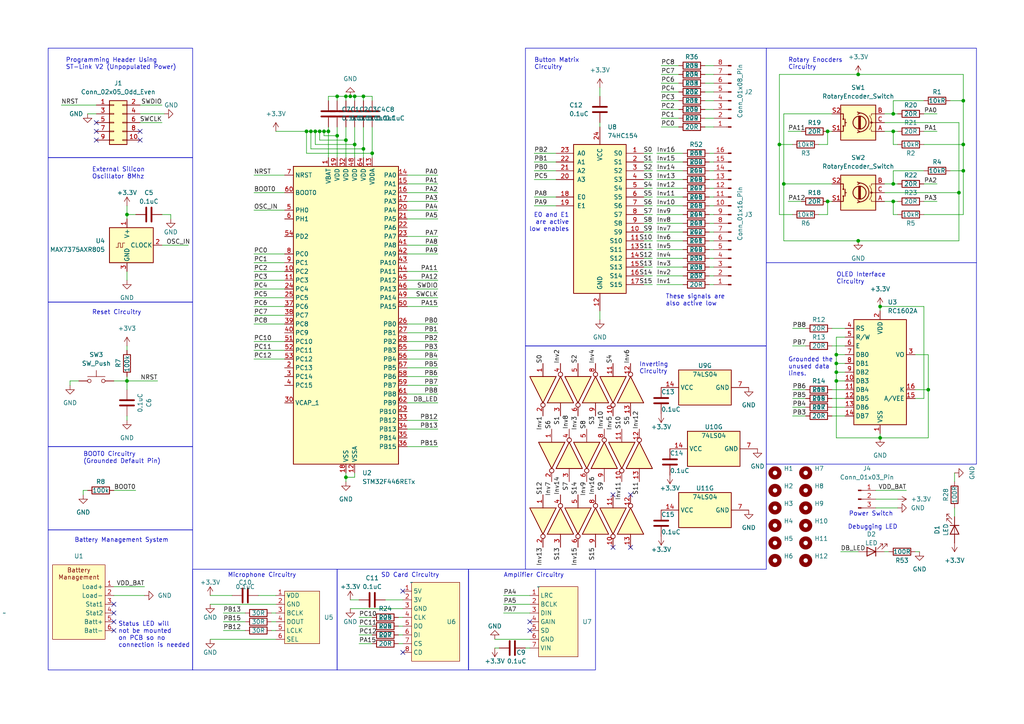
<source format=kicad_sch>
(kicad_sch (version 20230121) (generator eeschema)
  (paper "A4")
  (lib_symbols
    (symbol "74xx:74LS04"
      (property "Reference" "U" (at 0 1.27 0))
      (property "Value" "74LS04" (at 0 -1.27 0))
      (symbol "74LS04_1_0"
        (pin input line (at -7.62 0 0) (length 3.81) (name "~") (number "1"))
        (pin output inverted (at 7.62 0 180) (length 3.81) (name "~") (number "2"))
      )
      (symbol "74LS04_2_0"
        (pin input line (at -7.62 0 0) (length 3.81) (name "~") (number "3"))
        (pin output inverted (at 7.62 0 180) (length 3.81) (name "~") (number "4"))
      )
      (symbol "74LS04_3_0"
        (pin input line (at -7.62 0 0) (length 3.81) (name "~") (number "5"))
        (pin output inverted (at 7.62 0 180) (length 3.81) (name "~") (number "6"))
      )
      (symbol "74LS04_4_0"
        (pin output inverted (at 7.62 0 180) (length 3.81) (name "~") (number "8"))
        (pin input line (at -7.62 0 0) (length 3.81) (name "~") (number "9"))
      )
      (symbol "74LS04_5_0"
        (pin output inverted (at 7.62 0 180) (length 3.81) (name "~") (number "10"))
        (pin input line (at -7.62 0 0) (length 3.81) (name "~") (number "11"))
      )
      (symbol "74LS04_6_0"
        (pin output inverted (at 7.62 0 180) (length 3.81) (name "~") (number "12"))
        (pin input line (at -7.62 0 0) (length 3.81) (name "~") (number "13"))
      )
      (symbol "74LS04_7_0"
        (pin power_in line (at 0 12.7 270) (length 5.08) (name "VCC") (number "14"))
        (pin power_in line (at 0 -12.7 90) (length 5.08) (name "GND") (number "7"))
      )
    )
    (symbol "74xx:74LS154" (pin_names (offset 1.016))
      (property "Reference" "U" (at -7.62 21.59 0))
      (property "Value" "74LS154" (at -7.62 -24.13 0))
      (symbol "74LS154_1_0"
        (pin output line (at 12.7 17.78 180) (length 5.08) (name "S0") (number "1"))
        (pin output line (at 12.7 -5.08 180) (length 5.08) (name "S9") (number "10"))
        (pin output line (at 12.7 -7.62 180) (length 5.08) (name "S10") (number "11"))
        (pin power_in line (at 0 -27.94 90) (length 5.08) (name "GND") (number "12"))
        (pin output line (at 12.7 -10.16 180) (length 5.08) (name "S11") (number "13"))
        (pin output line (at 12.7 -12.7 180) (length 5.08) (name "S12") (number "14"))
        (pin output line (at 12.7 -15.24 180) (length 5.08) (name "S13") (number "15"))
        (pin output line (at 12.7 -17.78 180) (length 5.08) (name "S14") (number "16"))
        (pin output line (at 12.7 -20.32 180) (length 5.08) (name "S15") (number "17"))
        (pin input line (at -12.7 5.08 0) (length 5.08) (name "E0") (number "18"))
        (pin input line (at -12.7 2.54 0) (length 5.08) (name "E1") (number "19"))
        (pin output line (at 12.7 15.24 180) (length 5.08) (name "S1") (number "2"))
        (pin input line (at -12.7 10.16 0) (length 5.08) (name "A3") (number "20"))
        (pin input line (at -12.7 12.7 0) (length 5.08) (name "A2") (number "21"))
        (pin input line (at -12.7 15.24 0) (length 5.08) (name "A1") (number "22"))
        (pin input line (at -12.7 17.78 0) (length 5.08) (name "A0") (number "23"))
        (pin power_in line (at 0 25.4 270) (length 5.08) (name "VCC") (number "24"))
        (pin output line (at 12.7 12.7 180) (length 5.08) (name "S2") (number "3"))
        (pin output line (at 12.7 10.16 180) (length 5.08) (name "S3") (number "4"))
        (pin output line (at 12.7 7.62 180) (length 5.08) (name "S4") (number "5"))
        (pin output line (at 12.7 5.08 180) (length 5.08) (name "S5") (number "6"))
        (pin output line (at 12.7 2.54 180) (length 5.08) (name "S6") (number "7"))
        (pin output line (at 12.7 0 180) (length 5.08) (name "S7") (number "8"))
        (pin output line (at 12.7 -2.54 180) (length 5.08) (name "S8") (number "9"))
      )
    )
    (symbol "Connector:Conn_01x03_Pin" (pin_names (offset 1.016) hide)
      (property "Reference" "J" (at 0 5.08 0))
      (property "Value" "Conn_01x03_Pin" (at 0 -5.08 0))
      (symbol "Conn_01x03_Pin_1_1"
        (pin passive line (at 5.08 2.54 180) (length 3.81) (name "Pin_1") (number "1"))
        (pin passive line (at 5.08 0 180) (length 3.81) (name "Pin_2") (number "2"))
        (pin passive line (at 5.08 -2.54 180) (length 3.81) (name "Pin_3") (number "3"))
      )
    )
    (symbol "Connector:Conn_01x08_Pin" (pin_names (offset 1.016) hide)
      (property "Reference" "J" (at 0 10.16 0))
      (property "Value" "Conn_01x08_Pin" (at 0 -12.7 0))
      (symbol "Conn_01x08_Pin_1_1"
        (pin passive line (at 5.08 7.62 180) (length 3.81) (name "Pin_1") (number "1"))
        (pin passive line (at 5.08 5.08 180) (length 3.81) (name "Pin_2") (number "2"))
        (pin passive line (at 5.08 2.54 180) (length 3.81) (name "Pin_3") (number "3"))
        (pin passive line (at 5.08 0 180) (length 3.81) (name "Pin_4") (number "4"))
        (pin passive line (at 5.08 -2.54 180) (length 3.81) (name "Pin_5") (number "5"))
        (pin passive line (at 5.08 -5.08 180) (length 3.81) (name "Pin_6") (number "6"))
        (pin passive line (at 5.08 -7.62 180) (length 3.81) (name "Pin_7") (number "7"))
        (pin passive line (at 5.08 -10.16 180) (length 3.81) (name "Pin_8") (number "8"))
      )
    )
    (symbol "Connector:Conn_01x16_Pin" (pin_names (offset 1.016) hide)
      (property "Reference" "J" (at 0 20.32 0))
      (property "Value" "Conn_01x16_Pin" (at 0 -22.86 0))
      (symbol "Conn_01x16_Pin_1_1"
        (pin passive line (at 5.08 17.78 180) (length 3.81) (name "Pin_1") (number "1"))
        (pin passive line (at 5.08 -5.08 180) (length 3.81) (name "Pin_10") (number "10"))
        (pin passive line (at 5.08 -7.62 180) (length 3.81) (name "Pin_11") (number "11"))
        (pin passive line (at 5.08 -10.16 180) (length 3.81) (name "Pin_12") (number "12"))
        (pin passive line (at 5.08 -12.7 180) (length 3.81) (name "Pin_13") (number "13"))
        (pin passive line (at 5.08 -15.24 180) (length 3.81) (name "Pin_14") (number "14"))
        (pin passive line (at 5.08 -17.78 180) (length 3.81) (name "Pin_15") (number "15"))
        (pin passive line (at 5.08 -20.32 180) (length 3.81) (name "Pin_16") (number "16"))
        (pin passive line (at 5.08 15.24 180) (length 3.81) (name "Pin_2") (number "2"))
        (pin passive line (at 5.08 12.7 180) (length 3.81) (name "Pin_3") (number "3"))
        (pin passive line (at 5.08 10.16 180) (length 3.81) (name "Pin_4") (number "4"))
        (pin passive line (at 5.08 7.62 180) (length 3.81) (name "Pin_5") (number "5"))
        (pin passive line (at 5.08 5.08 180) (length 3.81) (name "Pin_6") (number "6"))
        (pin passive line (at 5.08 2.54 180) (length 3.81) (name "Pin_7") (number "7"))
        (pin passive line (at 5.08 0 180) (length 3.81) (name "Pin_8") (number "8"))
        (pin passive line (at 5.08 -2.54 180) (length 3.81) (name "Pin_9") (number "9"))
      )
    )
    (symbol "Connector_Generic:Conn_02x05_Odd_Even" (pin_names (offset 1.016) hide)
      (property "Reference" "J" (at 1.27 7.62 0))
      (property "Value" "Conn_02x05_Odd_Even" (at 1.27 -7.62 0))
      (symbol "Conn_02x05_Odd_Even_1_1"
        (pin passive line (at -5.08 5.08 0) (length 3.81) (name "Pin_1") (number "1"))
        (pin passive line (at 7.62 -5.08 180) (length 3.81) (name "Pin_10") (number "10"))
        (pin passive line (at 7.62 5.08 180) (length 3.81) (name "Pin_2") (number "2"))
        (pin passive line (at -5.08 2.54 0) (length 3.81) (name "Pin_3") (number "3"))
        (pin passive line (at 7.62 2.54 180) (length 3.81) (name "Pin_4") (number "4"))
        (pin passive line (at -5.08 0 0) (length 3.81) (name "Pin_5") (number "5"))
        (pin passive line (at 7.62 0 180) (length 3.81) (name "Pin_6") (number "6"))
        (pin passive line (at -5.08 -2.54 0) (length 3.81) (name "Pin_7") (number "7"))
        (pin passive line (at 7.62 -2.54 180) (length 3.81) (name "Pin_8") (number "8"))
        (pin passive line (at -5.08 -5.08 0) (length 3.81) (name "Pin_9") (number "9"))
      )
    )
    (symbol "Device:C" (pin_numbers hide) (pin_names (offset 0.254))
      (property "Reference" "C" (at 0.635 2.54 0))
      (property "Value" "C" (at 0.635 -2.54 0))
      (symbol "C_1_1"
        (pin passive line (at 0 3.81 270) (length 2.794) (name "~") (number "1"))
        (pin passive line (at 0 -3.81 90) (length 2.794) (name "~") (number "2"))
      )
    )
    (symbol "Device:LED" (pin_numbers hide) (pin_names (offset 1.016) hide)
      (property "Reference" "D" (at 0 2.54 0))
      (property "Value" "LED" (at 0 -2.54 0))
      (symbol "LED_1_1"
        (pin passive line (at -3.81 0 0) (length 2.54) (name "K") (number "1"))
        (pin passive line (at 3.81 0 180) (length 2.54) (name "A") (number "2"))
      )
    )
    (symbol "Device:R" (pin_numbers hide) (pin_names (offset 0))
      (property "Reference" "R" (at 2.032 0 90))
      (property "Value" "R" (at 0 0 90))
      (symbol "R_1_1"
        (pin passive line (at 0 3.81 270) (length 1.27) (name "~") (number "1"))
        (pin passive line (at 0 -3.81 90) (length 1.27) (name "~") (number "2"))
      )
    )
    (symbol "Device:RotaryEncoder_Switch" (pin_names (offset 0.254) hide)
      (property "Reference" "SW" (at 0 6.604 0))
      (property "Value" "RotaryEncoder_Switch" (at 0 -6.604 0))
      (symbol "RotaryEncoder_Switch_1_1"
        (pin passive line (at -7.62 2.54 0) (length 2.54) (name "A") (number "A"))
        (pin passive line (at -7.62 -2.54 0) (length 2.54) (name "B") (number "B"))
        (pin passive line (at -7.62 0 0) (length 2.54) (name "C") (number "C"))
        (pin passive line (at 7.62 2.54 180) (length 2.54) (name "S1") (number "S1"))
        (pin passive line (at 7.62 -2.54 180) (length 2.54) (name "S2") (number "S2"))
      )
    )
    (symbol "Display_Character:RC1602A"
      (property "Reference" "U" (at -6.35 16.51 0))
      (property "Value" "RC1602A" (at 2.794 16.51 0))
      (symbol "RC1602A_1_1"
        (pin power_in line (at 0 -17.78 90) (length 2.54) (name "VSS") (number "1"))
        (pin bidirectional line (at -10.16 -2.54 0) (length 2.54) (name "DB3") (number "10"))
        (pin bidirectional line (at -10.16 -5.08 0) (length 2.54) (name "DB4") (number "11"))
        (pin bidirectional line (at -10.16 -7.62 0) (length 2.54) (name "DB5") (number "12"))
        (pin bidirectional line (at -10.16 -10.16 0) (length 2.54) (name "DB6") (number "13"))
        (pin bidirectional line (at -10.16 -12.7 0) (length 2.54) (name "DB7") (number "14"))
        (pin power_in line (at 10.16 -7.62 180) (length 2.54) (name "A/VEE") (number "15"))
        (pin power_in line (at 10.16 -5.08 180) (length 2.54) (name "K") (number "16"))
        (pin power_in line (at 0 17.78 270) (length 2.54) (name "VDD") (number "2"))
        (pin power_in line (at 10.16 5.08 180) (length 2.54) (name "VO") (number "3"))
        (pin input line (at -10.16 12.7 0) (length 2.54) (name "RS") (number "4"))
        (pin input line (at -10.16 10.16 0) (length 2.54) (name "R/W") (number "5"))
        (pin input line (at -10.16 7.62 0) (length 2.54) (name "E") (number "6"))
        (pin bidirectional line (at -10.16 5.08 0) (length 2.54) (name "DB0") (number "7"))
        (pin bidirectional line (at -10.16 2.54 0) (length 2.54) (name "DB1") (number "8"))
        (pin bidirectional line (at -10.16 0 0) (length 2.54) (name "DB2") (number "9"))
      )
    )
    (symbol "MCU_ST_STM32F4:STM32F446RETx"
      (property "Reference" "U" (at -15.24 44.45 0))
      (property "Value" "STM32F446RETx" (at 10.16 44.45 0))
      (symbol "STM32F446RETx_1_1"
        (pin power_in line (at -5.08 45.72 270) (length 2.54) (name "VBAT") (number "1"))
        (pin bidirectional line (at -17.78 12.7 0) (length 2.54) (name "PC2") (number "10"))
        (pin bidirectional line (at -17.78 10.16 0) (length 2.54) (name "PC3") (number "11"))
        (pin power_in line (at 2.54 -45.72 90) (length 2.54) (name "VSSA") (number "12"))
        (pin power_in line (at 7.62 45.72 270) (length 2.54) (name "VDDA") (number "13"))
        (pin bidirectional line (at 17.78 40.64 180) (length 2.54) (name "PA0") (number "14"))
        (pin bidirectional line (at 17.78 38.1 180) (length 2.54) (name "PA1") (number "15"))
        (pin bidirectional line (at 17.78 35.56 180) (length 2.54) (name "PA2") (number "16"))
        (pin bidirectional line (at 17.78 33.02 180) (length 2.54) (name "PA3") (number "17"))
        (pin power_in line (at 0 -45.72 90) (length 2.54) (name "VSS") (number "18"))
        (pin power_in line (at -2.54 45.72 270) (length 2.54) (name "VDD") (number "19"))
        (pin bidirectional line (at -17.78 -15.24 0) (length 2.54) (name "PC13") (number "2"))
        (pin bidirectional line (at 17.78 30.48 180) (length 2.54) (name "PA4") (number "20"))
        (pin bidirectional line (at 17.78 27.94 180) (length 2.54) (name "PA5") (number "21"))
        (pin bidirectional line (at 17.78 25.4 180) (length 2.54) (name "PA6") (number "22"))
        (pin bidirectional line (at 17.78 22.86 180) (length 2.54) (name "PA7") (number "23"))
        (pin bidirectional line (at -17.78 7.62 0) (length 2.54) (name "PC4") (number "24"))
        (pin bidirectional line (at -17.78 5.08 0) (length 2.54) (name "PC5") (number "25"))
        (pin bidirectional line (at 17.78 -2.54 180) (length 2.54) (name "PB0") (number "26"))
        (pin bidirectional line (at 17.78 -5.08 180) (length 2.54) (name "PB1") (number "27"))
        (pin bidirectional line (at 17.78 -7.62 180) (length 2.54) (name "PB2") (number "28"))
        (pin bidirectional line (at 17.78 -27.94 180) (length 2.54) (name "PB10") (number "29"))
        (pin bidirectional line (at -17.78 -17.78 0) (length 2.54) (name "PC14") (number "3"))
        (pin power_out line (at -17.78 -25.4 0) (length 2.54) (name "VCAP_1") (number "30"))
        (pin passive line (at 0 -45.72 90) (length 2.54) hide (name "VSS") (number "31"))
        (pin power_in line (at 0 45.72 270) (length 2.54) (name "VDD") (number "32"))
        (pin bidirectional line (at 17.78 -30.48 180) (length 2.54) (name "PB12") (number "33"))
        (pin bidirectional line (at 17.78 -33.02 180) (length 2.54) (name "PB13") (number "34"))
        (pin bidirectional line (at 17.78 -35.56 180) (length 2.54) (name "PB14") (number "35"))
        (pin bidirectional line (at 17.78 -38.1 180) (length 2.54) (name "PB15") (number "36"))
        (pin bidirectional line (at -17.78 2.54 0) (length 2.54) (name "PC6") (number "37"))
        (pin bidirectional line (at -17.78 0 0) (length 2.54) (name "PC7") (number "38"))
        (pin bidirectional line (at -17.78 -2.54 0) (length 2.54) (name "PC8") (number "39"))
        (pin bidirectional line (at -17.78 -20.32 0) (length 2.54) (name "PC15") (number "4"))
        (pin bidirectional line (at -17.78 -5.08 0) (length 2.54) (name "PC9") (number "40"))
        (pin bidirectional line (at 17.78 20.32 180) (length 2.54) (name "PA8") (number "41"))
        (pin bidirectional line (at 17.78 17.78 180) (length 2.54) (name "PA9") (number "42"))
        (pin bidirectional line (at 17.78 15.24 180) (length 2.54) (name "PA10") (number "43"))
        (pin bidirectional line (at 17.78 12.7 180) (length 2.54) (name "PA11") (number "44"))
        (pin bidirectional line (at 17.78 10.16 180) (length 2.54) (name "PA12") (number "45"))
        (pin bidirectional line (at 17.78 7.62 180) (length 2.54) (name "PA13") (number "46"))
        (pin passive line (at 0 -45.72 90) (length 2.54) hide (name "VSS") (number "47"))
        (pin power_in line (at 2.54 45.72 270) (length 2.54) (name "VDD") (number "48"))
        (pin bidirectional line (at 17.78 5.08 180) (length 2.54) (name "PA14") (number "49"))
        (pin bidirectional line (at -17.78 30.48 0) (length 2.54) (name "PH0") (number "5"))
        (pin bidirectional line (at 17.78 2.54 180) (length 2.54) (name "PA15") (number "50"))
        (pin bidirectional line (at -17.78 -7.62 0) (length 2.54) (name "PC10") (number "51"))
        (pin bidirectional line (at -17.78 -10.16 0) (length 2.54) (name "PC11") (number "52"))
        (pin bidirectional line (at -17.78 -12.7 0) (length 2.54) (name "PC12") (number "53"))
        (pin bidirectional line (at -17.78 22.86 0) (length 2.54) (name "PD2") (number "54"))
        (pin bidirectional line (at 17.78 -10.16 180) (length 2.54) (name "PB3") (number "55"))
        (pin bidirectional line (at 17.78 -12.7 180) (length 2.54) (name "PB4") (number "56"))
        (pin bidirectional line (at 17.78 -15.24 180) (length 2.54) (name "PB5") (number "57"))
        (pin bidirectional line (at 17.78 -17.78 180) (length 2.54) (name "PB6") (number "58"))
        (pin bidirectional line (at 17.78 -20.32 180) (length 2.54) (name "PB7") (number "59"))
        (pin bidirectional line (at -17.78 27.94 0) (length 2.54) (name "PH1") (number "6"))
        (pin input line (at -17.78 35.56 0) (length 2.54) (name "BOOT0") (number "60"))
        (pin bidirectional line (at 17.78 -22.86 180) (length 2.54) (name "PB8") (number "61"))
        (pin bidirectional line (at 17.78 -25.4 180) (length 2.54) (name "PB9") (number "62"))
        (pin passive line (at 0 -45.72 90) (length 2.54) hide (name "VSS") (number "63"))
        (pin power_in line (at 5.08 45.72 270) (length 2.54) (name "VDD") (number "64"))
        (pin input line (at -17.78 40.64 0) (length 2.54) (name "NRST") (number "7"))
        (pin bidirectional line (at -17.78 17.78 0) (length 2.54) (name "PC0") (number "8"))
        (pin bidirectional line (at -17.78 15.24 0) (length 2.54) (name "PC1") (number "9"))
      )
    )
    (symbol "Mechanical:MountingHole" (pin_names (offset 1.016))
      (property "Reference" "H" (at 0 5.08 0))
      (property "Value" "MountingHole" (at 0 3.175 0))
    )
    (symbol "Oscillator:MAX7375AXR805" (pin_names (offset 0.254))
      (property "Reference" "U" (at -2.54 6.35 0))
      (property "Value" "MAX7375AXR805" (at 1.27 -6.35 0))
      (symbol "MAX7375AXR805_1_1"
        (pin power_in line (at 0 7.62 270) (length 2.54) (name "V+") (number "1"))
        (pin output line (at 10.16 0 180) (length 2.54) (name "CLOCK") (number "2"))
        (pin power_in line (at 0 -7.62 90) (length 2.54) (name "GND") (number "3"))
      )
    )
    (symbol "SeniorDesignLibrary:Amplifier"
      (property "Reference" "U" (at 0 1.27 0))
      (symbol "Amplifier_1_1"
        (pin bidirectional line (at -2.54 -2.54 0) (length 2.54) (name "LRC") (number "1"))
        (pin bidirectional line (at -2.54 -5.08 0) (length 2.54) (name "BCLK") (number "2"))
        (pin bidirectional line (at -2.54 -7.62 0) (length 2.54) (name "DIN") (number "3"))
        (pin bidirectional line (at -2.54 -10.16 0) (length 2.54) (name "GAIN") (number "4"))
        (pin bidirectional line (at -2.54 -12.7 0) (length 2.54) (name "SD") (number "5"))
        (pin power_in line (at -2.54 -15.24 0) (length 2.54) (name "GND") (number "6"))
        (pin power_in line (at -2.54 -17.78 0) (length 2.54) (name "VIN") (number "7"))
      )
    )
    (symbol "SeniorDesignLibrary:MicrophoneBreakout"
      (property "Reference" "U" (at 0 2.54 0))
      (symbol "MicrophoneBreakout_1_1"
        (pin power_in line (at -7.62 0 0) (length 2.54) (name "VDD") (number "1"))
        (pin power_in line (at -7.62 -2.54 0) (length 2.54) (name "GND") (number "2"))
        (pin bidirectional line (at -7.62 -5.08 0) (length 2.54) (name "BCLK") (number "3"))
        (pin bidirectional line (at -7.62 -7.62 0) (length 2.54) (name "DOUT") (number "4"))
        (pin bidirectional line (at -7.62 -10.16 0) (length 2.54) (name "LCLK") (number "5"))
        (pin bidirectional line (at -7.62 -12.7 0) (length 2.54) (name "SEL") (number "6"))
      )
    )
    (symbol "SeniorDesignLibrary:PCB_BatteryManagement_259"
      (property "Reference" "U" (at 0 0 0))
      (symbol "PCB_BatteryManagement_259_1_1"
        (text "Battery\nManagement" (at 21.59 11.43 0) (effects (font (size 1.27 1.27))))
        (pin bidirectional line (at 31.75 7.62 180) (length 2.54) (name "Load+") (number "1"))
        (pin bidirectional line (at 31.75 5.08 180) (length 2.54) (name "Load-") (number "2"))
        (pin power_out line (at 31.75 2.54 180) (length 2.54) (name "Stat1") (number "3"))
        (pin power_out line (at 31.75 0 180) (length 2.54) (name "Stat2") (number "4"))
        (pin power_out line (at 31.75 -2.54 180) (length 2.54) (name "Batt+") (number "5"))
        (pin power_out line (at 31.75 -5.08 180) (length 2.54) (name "Batt-") (number "6"))
      )
    )
    (symbol "SeniorDesignLibrary:SDBreakout"
      (property "Reference" "U" (at 0 1.27 0))
      (symbol "SDBreakout_1_1"
        (pin power_in line (at -2.54 -2.54 0) (length 2.54) (name "5V") (number "1"))
        (pin power_in line (at -2.54 -5.08 0) (length 2.54) (name "3V") (number "2"))
        (pin power_in line (at -2.54 -7.62 0) (length 2.54) (name "GND") (number "3"))
        (pin bidirectional line (at -2.54 -10.16 0) (length 2.54) (name "CLK") (number "4"))
        (pin bidirectional line (at -2.54 -12.7 0) (length 2.54) (name "DO") (number "5"))
        (pin bidirectional line (at -2.54 -15.24 0) (length 2.54) (name "DI") (number "6"))
        (pin bidirectional line (at -2.54 -17.78 0) (length 2.54) (name "CS") (number "7"))
        (pin bidirectional line (at -2.54 -20.32 0) (length 2.54) (name "CD") (number "8"))
      )
    )
    (symbol "Switch:SW_Push" (pin_numbers hide) (pin_names (offset 1.016) hide)
      (property "Reference" "SW" (at 1.27 2.54 0))
      (property "Value" "SW_Push" (at 0 -1.524 0))
      (symbol "SW_Push_0_1"
        (pin passive line (at -5.08 0 0) (length 2.54) (name "1") (number "1"))
        (pin passive line (at 5.08 0 180) (length 2.54) (name "2") (number "2"))
      )
    )
    (symbol "power:+3.3V" (power) (pin_names (offset 0))
      (property "Value" "+3.3V" (at 0 3.556 0))
      (symbol "+3.3V_1_1"
        (pin power_in line (at 0 0 90) (length 0) hide (name "+3.3V") (number "1"))
      )
    )
    (symbol "power:+3V3" (power) (pin_names (offset 0))
      (property "Value" "+3V3" (at 0 3.556 0))
      (symbol "+3V3_1_1"
        (pin power_in line (at 0 0 90) (length 0) hide (name "+3V3") (number "1"))
      )
    )
    (symbol "power:GND" (power) (pin_names (offset 0))
      (property "Value" "GND" (at 0 -3.81 0))
      (symbol "GND_1_1"
        (pin power_in line (at 0 0 270) (length 0) hide (name "GND") (number "1"))
      )
    )
  )
  (junction (at 105.41 43.18))
  (junction (at 226.06 41.91))
  (junction (at 90.17 38.1))
  (junction (at 259.08 53.34))
  (junction (at 36.83 62.23))
  (junction (at 100.33 27.94))
  (junction (at 255.27 127))
  (junction (at 97.79 27.94))
  (junction (at 242.57 110.49))
  (junction (at 240.03 38.1))
  (junction (at 92.71 38.1))
  (junction (at 100.33 138.43))
  (junction (at 240.03 58.42))
  (junction (at 248.92 21.59))
  (junction (at 255.27 88.9))
  (junction (at 36.83 110.49))
  (junction (at 259.08 58.42))
  (junction (at 278.13 55.88))
  (junction (at 102.87 27.94))
  (junction (at 101.6 27.94))
  (junction (at 242.57 105.41))
  (junction (at 248.92 69.85))
  (junction (at 107.95 44.45))
  (junction (at 97.79 39.37))
  (junction (at 227.33 53.34))
  (junction (at 95.25 38.1))
  (junction (at 279.4 41.91))
  (junction (at 91.44 38.1))
  (junction (at 259.08 33.02))
  (junction (at 279.4 29.21))
  (junction (at 242.57 107.95))
  (junction (at 269.24 113.03))
  (junction (at 242.57 102.87))
  (junction (at 93.98 38.1))
  (junction (at 100.33 40.64))
  (junction (at 102.87 41.91))
  (junction (at 279.4 49.53))
  (junction (at 88.9 38.1))
  (junction (at 259.08 38.1))
  (junction (at 105.41 27.94))
  (no_connect (at 33.02 177.8))
  (no_connect (at 33.02 175.26))
  (no_connect (at 27.94 35.56))
  (no_connect (at 40.64 38.1))
  (no_connect (at 40.64 40.64))
  (no_connect (at 27.94 38.1))
  (no_connect (at 33.02 182.88))
  (no_connect (at 116.84 171.45))
  (no_connect (at 33.02 180.34))
  (no_connect (at 177.8 158.75))
  (no_connect (at 153.67 180.34))
  (no_connect (at 116.84 189.23))
  (no_connect (at 177.8 143.51))
  (no_connect (at 27.94 40.64))
  (no_connect (at 153.67 182.88))
  (no_connect (at 182.88 158.75))
  (no_connect (at 182.88 143.51))
  (wire (pts (xy 102.87 137.16) (xy 102.87 138.43)))
  (wire (pts (xy 105.41 29.21) (xy 105.41 27.94)))
  (wire (pts (xy 105.41 36.83) (xy 105.41 43.18)))
  (wire (pts (xy 241.3 115.57) (xy 245.11 115.57)))
  (wire (pts (xy 115.57 179.07) (xy 116.84 179.07)))
  (wire (pts (xy 267.97 58.42) (xy 271.78 58.42)))
  (wire (pts (xy 20.32 110.49) (xy 20.32 111.76)))
  (wire (pts (xy 190.5 59.69) (xy 198.12 59.69)))
  (wire (pts (xy 204.47 34.29) (xy 207.01 34.29)))
  (wire (pts (xy 186.69 52.07) (xy 189.23 52.07)))
  (wire (pts (xy 118.11 86.36) (xy 127 86.36)))
  (wire (pts (xy 97.79 39.37) (xy 93.98 39.37)))
  (wire (pts (xy 73.66 50.8) (xy 82.55 50.8)))
  (wire (pts (xy 205.74 54.61) (xy 207.01 54.61)))
  (wire (pts (xy 241.3 100.33) (xy 245.11 100.33)))
  (wire (pts (xy 102.87 41.91) (xy 102.87 45.72)))
  (wire (pts (xy 105.41 43.18) (xy 90.17 43.18)))
  (wire (pts (xy 254 147.32) (xy 260.35 147.32)))
  (wire (pts (xy 36.83 120.65) (xy 36.83 121.92)))
  (wire (pts (xy 92.71 40.64) (xy 92.71 38.1)))
  (wire (pts (xy 276.86 149.86) (xy 276.86 147.32)))
  (wire (pts (xy 276.86 139.7) (xy 276.86 137.16)))
  (wire (pts (xy 33.02 172.72) (xy 41.91 172.72)))
  (wire (pts (xy 143.51 187.96) (xy 144.78 187.96)))
  (wire (pts (xy 91.44 38.1) (xy 92.71 38.1)))
  (wire (pts (xy 190.5 44.45) (xy 198.12 44.45)))
  (wire (pts (xy 227.33 69.85) (xy 227.33 53.34)))
  (wire (pts (xy 146.05 177.8) (xy 153.67 177.8)))
  (wire (pts (xy 237.49 62.23) (xy 240.03 62.23)))
  (wire (pts (xy 73.66 83.82) (xy 82.55 83.82)))
  (wire (pts (xy 190.5 69.85) (xy 198.12 69.85)))
  (wire (pts (xy 204.47 21.59) (xy 207.01 21.59)))
  (wire (pts (xy 190.5 67.31) (xy 198.12 67.31)))
  (wire (pts (xy 104.14 184.15) (xy 107.95 184.15)))
  (wire (pts (xy 190.5 49.53) (xy 198.12 49.53)))
  (wire (pts (xy 36.83 109.22) (xy 36.83 110.49)))
  (wire (pts (xy 64.77 177.8) (xy 71.12 177.8)))
  (wire (pts (xy 118.11 78.74) (xy 127 78.74)))
  (wire (pts (xy 17.78 30.48) (xy 27.94 30.48)))
  (wire (pts (xy 226.06 41.91) (xy 229.87 41.91)))
  (wire (pts (xy 95.25 29.21) (xy 95.25 27.94)))
  (wire (pts (xy 33.02 110.49) (xy 36.83 110.49)))
  (wire (pts (xy 255.27 88.9) (xy 255.27 90.17)))
  (wire (pts (xy 49.53 62.23) (xy 49.53 63.5)))
  (wire (pts (xy 186.69 77.47) (xy 189.23 77.47)))
  (wire (pts (xy 204.47 29.21) (xy 207.01 29.21)))
  (wire (pts (xy 248.92 69.85) (xy 227.33 69.85)))
  (wire (pts (xy 242.57 105.41) (xy 245.11 105.41)))
  (wire (pts (xy 118.11 50.8) (xy 127 50.8)))
  (wire (pts (xy 241.3 118.11) (xy 245.11 118.11)))
  (wire (pts (xy 80.01 38.1) (xy 88.9 38.1)))
  (wire (pts (xy 73.66 86.36) (xy 82.55 86.36)))
  (wire (pts (xy 88.9 38.1) (xy 90.17 38.1)))
  (wire (pts (xy 186.69 72.39) (xy 189.23 72.39)))
  (wire (pts (xy 205.74 69.85) (xy 207.01 69.85)))
  (wire (pts (xy 102.87 41.91) (xy 91.44 41.91)))
  (wire (pts (xy 191.77 34.29) (xy 196.85 34.29)))
  (wire (pts (xy 240.03 58.42) (xy 241.3 58.42)))
  (wire (pts (xy 267.97 49.53) (xy 259.08 49.53)))
  (wire (pts (xy 100.33 40.64) (xy 100.33 45.72)))
  (wire (pts (xy 191.77 26.67) (xy 196.85 26.67)))
  (wire (pts (xy 190.5 54.61) (xy 198.12 54.61)))
  (wire (pts (xy 118.11 58.42) (xy 127 58.42)))
  (wire (pts (xy 256.54 160.02) (xy 257.81 160.02)))
  (wire (pts (xy 118.11 71.12) (xy 127 71.12)))
  (wire (pts (xy 267.97 29.21) (xy 259.08 29.21)))
  (wire (pts (xy 73.66 88.9) (xy 82.55 88.9)))
  (wire (pts (xy 205.74 52.07) (xy 207.01 52.07)))
  (wire (pts (xy 173.99 90.17) (xy 173.99 92.71)))
  (wire (pts (xy 152.4 187.96) (xy 153.67 187.96)))
  (wire (pts (xy 118.11 109.22) (xy 127 109.22)))
  (wire (pts (xy 278.13 35.56) (xy 278.13 55.88)))
  (wire (pts (xy 205.74 62.23) (xy 207.01 62.23)))
  (wire (pts (xy 154.94 52.07) (xy 161.29 52.07)))
  (wire (pts (xy 36.83 78.74) (xy 36.83 81.28)))
  (wire (pts (xy 154.94 44.45) (xy 161.29 44.45)))
  (wire (pts (xy 278.13 69.85) (xy 248.92 69.85)))
  (wire (pts (xy 278.13 55.88) (xy 278.13 69.85)))
  (wire (pts (xy 186.69 46.99) (xy 189.23 46.99)))
  (wire (pts (xy 118.11 121.92) (xy 127 121.92)))
  (wire (pts (xy 191.77 19.05) (xy 196.85 19.05)))
  (wire (pts (xy 190.5 77.47) (xy 198.12 77.47)))
  (wire (pts (xy 245.11 97.79) (xy 242.57 97.79)))
  (wire (pts (xy 101.6 176.53) (xy 116.84 176.53)))
  (wire (pts (xy 242.57 105.41) (xy 242.57 107.95)))
  (wire (pts (xy 78.74 180.34) (xy 80.01 180.34)))
  (wire (pts (xy 118.11 111.76) (xy 127 111.76)))
  (wire (pts (xy 118.11 55.88) (xy 127 55.88)))
  (wire (pts (xy 73.66 101.6) (xy 82.55 101.6)))
  (wire (pts (xy 36.83 110.49) (xy 45.72 110.49)))
  (wire (pts (xy 115.57 186.69) (xy 116.84 186.69)))
  (wire (pts (xy 173.99 25.4) (xy 173.99 27.94)))
  (wire (pts (xy 186.69 64.77) (xy 189.23 64.77)))
  (wire (pts (xy 118.11 124.46) (xy 127 124.46)))
  (wire (pts (xy 191.77 36.83) (xy 196.85 36.83)))
  (wire (pts (xy 73.66 99.06) (xy 82.55 99.06)))
  (wire (pts (xy 118.11 101.6) (xy 127 101.6)))
  (wire (pts (xy 100.33 138.43) (xy 100.33 139.7)))
  (wire (pts (xy 186.69 82.55) (xy 189.23 82.55)))
  (wire (pts (xy 90.17 38.1) (xy 91.44 38.1)))
  (wire (pts (xy 267.97 88.9) (xy 255.27 88.9)))
  (wire (pts (xy 88.9 44.45) (xy 88.9 38.1)))
  (wire (pts (xy 191.77 29.21) (xy 196.85 29.21)))
  (wire (pts (xy 186.69 67.31) (xy 189.23 67.31)))
  (wire (pts (xy 205.74 74.93) (xy 207.01 74.93)))
  (wire (pts (xy 259.08 49.53) (xy 259.08 53.34)))
  (wire (pts (xy 118.11 53.34) (xy 127 53.34)))
  (wire (pts (xy 205.74 49.53) (xy 207.01 49.53)))
  (wire (pts (xy 227.33 33.02) (xy 227.33 53.34)))
  (wire (pts (xy 190.5 64.77) (xy 198.12 64.77)))
  (wire (pts (xy 269.24 113.03) (xy 269.24 127)))
  (wire (pts (xy 245.11 110.49) (xy 242.57 110.49)))
  (wire (pts (xy 242.57 97.79) (xy 242.57 102.87)))
  (wire (pts (xy 73.66 76.2) (xy 82.55 76.2)))
  (wire (pts (xy 229.87 95.25) (xy 233.68 95.25)))
  (wire (pts (xy 279.4 29.21) (xy 279.4 41.91)))
  (wire (pts (xy 254 144.78) (xy 260.35 144.78)))
  (wire (pts (xy 237.49 41.91) (xy 240.03 41.91)))
  (wire (pts (xy 275.59 29.21) (xy 279.4 29.21)))
  (wire (pts (xy 229.87 62.23) (xy 226.06 62.23)))
  (wire (pts (xy 191.77 31.75) (xy 196.85 31.75)))
  (wire (pts (xy 226.06 62.23) (xy 226.06 41.91)))
  (wire (pts (xy 190.5 80.01) (xy 198.12 80.01)))
  (wire (pts (xy 118.11 99.06) (xy 127 99.06)))
  (wire (pts (xy 248.92 21.59) (xy 279.4 21.59)))
  (wire (pts (xy 97.79 36.83) (xy 97.79 39.37)))
  (wire (pts (xy 100.33 27.94) (xy 101.6 27.94)))
  (wire (pts (xy 40.64 33.02) (xy 47.625 33.02)))
  (wire (pts (xy 118.11 68.58) (xy 127 68.58)))
  (wire (pts (xy 229.87 115.57) (xy 233.68 115.57)))
  (wire (pts (xy 78.74 177.8) (xy 80.01 177.8)))
  (wire (pts (xy 228.6 58.42) (xy 232.41 58.42)))
  (wire (pts (xy 242.57 107.95) (xy 245.11 107.95)))
  (wire (pts (xy 118.11 104.14) (xy 127 104.14)))
  (wire (pts (xy 205.74 67.31) (xy 207.01 67.31)))
  (wire (pts (xy 186.69 44.45) (xy 189.23 44.45)))
  (wire (pts (xy 260.35 62.23) (xy 259.08 62.23)))
  (wire (pts (xy 205.74 57.15) (xy 207.01 57.15)))
  (wire (pts (xy 33.02 170.18) (xy 41.91 170.18)))
  (wire (pts (xy 229.87 118.11) (xy 233.68 118.11)))
  (wire (pts (xy 107.95 44.45) (xy 88.9 44.45)))
  (wire (pts (xy 186.69 54.61) (xy 189.23 54.61)))
  (wire (pts (xy 260.35 41.91) (xy 259.08 41.91)))
  (wire (pts (xy 46.99 71.12) (xy 54.61 71.12)))
  (wire (pts (xy 227.33 33.02) (xy 241.3 33.02)))
  (wire (pts (xy 267.97 33.02) (xy 271.78 33.02)))
  (wire (pts (xy 90.17 43.18) (xy 90.17 38.1)))
  (wire (pts (xy 36.83 110.49) (xy 36.83 113.03)))
  (wire (pts (xy 205.74 72.39) (xy 207.01 72.39)))
  (wire (pts (xy 229.87 120.65) (xy 233.68 120.65)))
  (wire (pts (xy 118.11 63.5) (xy 127 63.5)))
  (wire (pts (xy 73.66 93.98) (xy 82.55 93.98)))
  (wire (pts (xy 204.47 24.13) (xy 207.01 24.13)))
  (wire (pts (xy 226.06 21.59) (xy 248.92 21.59)))
  (wire (pts (xy 100.33 40.64) (xy 92.71 40.64)))
  (wire (pts (xy 100.33 27.94) (xy 100.33 29.21)))
  (wire (pts (xy 190.5 72.39) (xy 198.12 72.39)))
  (wire (pts (xy 243.84 160.02) (xy 248.92 160.02)))
  (wire (pts (xy 93.98 38.1) (xy 95.25 38.1)))
  (wire (pts (xy 36.83 62.23) (xy 36.83 63.5)))
  (wire (pts (xy 204.47 26.67) (xy 207.01 26.67)))
  (wire (pts (xy 115.57 184.15) (xy 116.84 184.15)))
  (wire (pts (xy 97.79 27.94) (xy 100.33 27.94)))
  (wire (pts (xy 22.86 110.49) (xy 20.32 110.49)))
  (wire (pts (xy 205.74 80.01) (xy 207.01 80.01)))
  (wire (pts (xy 240.03 41.91) (xy 240.03 38.1)))
  (wire (pts (xy 241.3 95.25) (xy 245.11 95.25)))
  (wire (pts (xy 242.57 127) (xy 255.27 127)))
  (wire (pts (xy 104.14 186.69) (xy 107.95 186.69)))
  (wire (pts (xy 73.66 73.66) (xy 82.55 73.66)))
  (wire (pts (xy 73.66 55.88) (xy 82.55 55.88)))
  (wire (pts (xy 279.4 49.53) (xy 279.4 62.23)))
  (wire (pts (xy 267.97 41.91) (xy 279.4 41.91)))
  (wire (pts (xy 190.5 82.55) (xy 198.12 82.55)))
  (wire (pts (xy 36.83 59.69) (xy 36.83 62.23)))
  (wire (pts (xy 254 142.24) (xy 262.89 142.24)))
  (wire (pts (xy 256.54 35.56) (xy 278.13 35.56)))
  (wire (pts (xy 154.94 59.69) (xy 161.29 59.69)))
  (wire (pts (xy 64.77 180.34) (xy 71.12 180.34)))
  (wire (pts (xy 118.11 129.54) (xy 127 129.54)))
  (wire (pts (xy 190.5 57.15) (xy 198.12 57.15)))
  (wire (pts (xy 190.5 74.93) (xy 198.12 74.93)))
  (wire (pts (xy 204.47 31.75) (xy 207.01 31.75)))
  (wire (pts (xy 267.97 38.1) (xy 271.78 38.1)))
  (wire (pts (xy 241.3 113.03) (xy 245.11 113.03)))
  (wire (pts (xy 265.43 102.87) (xy 269.24 102.87)))
  (wire (pts (xy 111.76 173.99) (xy 116.84 173.99)))
  (wire (pts (xy 36.83 100.33) (xy 36.83 101.6)))
  (wire (pts (xy 25.4 33.02) (xy 27.94 33.02)))
  (wire (pts (xy 259.08 58.42) (xy 259.08 62.23)))
  (wire (pts (xy 190.5 46.99) (xy 198.12 46.99)))
  (wire (pts (xy 242.57 102.87) (xy 242.57 105.41)))
  (wire (pts (xy 279.4 41.91) (xy 279.4 49.53)))
  (wire (pts (xy 104.14 181.61) (xy 107.95 181.61)))
  (wire (pts (xy 240.03 38.1) (xy 241.3 38.1)))
  (wire (pts (xy 102.87 36.83) (xy 102.87 41.91)))
  (wire (pts (xy 97.79 29.21) (xy 97.79 27.94)))
  (wire (pts (xy 265.43 115.57) (xy 267.97 115.57)))
  (wire (pts (xy 186.69 57.15) (xy 189.23 57.15)))
  (wire (pts (xy 95.25 36.83) (xy 95.25 38.1)))
  (wire (pts (xy 36.83 62.23) (xy 39.37 62.23)))
  (wire (pts (xy 259.08 33.02) (xy 260.35 33.02)))
  (wire (pts (xy 118.11 96.52) (xy 127 96.52)))
  (wire (pts (xy 186.69 69.85) (xy 189.23 69.85)))
  (wire (pts (xy 118.11 83.82) (xy 127 83.82)))
  (wire (pts (xy 190.5 62.23) (xy 198.12 62.23)))
  (wire (pts (xy 40.64 35.56) (xy 46.99 35.56)))
  (wire (pts (xy 25.4 142.24) (xy 24.13 142.24)))
  (wire (pts (xy 91.44 41.91) (xy 91.44 38.1)))
  (wire (pts (xy 101.6 173.99) (xy 104.14 173.99)))
  (wire (pts (xy 118.11 73.66) (xy 127 73.66)))
  (wire (pts (xy 256.54 33.02) (xy 259.08 33.02)))
  (wire (pts (xy 105.41 43.18) (xy 105.41 45.72)))
  (wire (pts (xy 102.87 29.21) (xy 102.87 27.94)))
  (wire (pts (xy 204.47 36.83) (xy 207.01 36.83)))
  (wire (pts (xy 259.08 58.42) (xy 260.35 58.42)))
  (wire (pts (xy 205.74 64.77) (xy 207.01 64.77)))
  (wire (pts (xy 97.79 39.37) (xy 97.79 45.72)))
  (wire (pts (xy 269.24 102.87) (xy 269.24 113.03)))
  (wire (pts (xy 186.69 74.93) (xy 189.23 74.93)))
  (wire (pts (xy 93.98 39.37) (xy 93.98 38.1)))
  (wire (pts (xy 173.99 35.56) (xy 173.99 36.83)))
  (wire (pts (xy 146.05 175.26) (xy 153.67 175.26)))
  (wire (pts (xy 102.87 138.43) (xy 100.33 138.43)))
  (wire (pts (xy 267.97 53.34) (xy 271.78 53.34)))
  (wire (pts (xy 191.77 24.13) (xy 196.85 24.13)))
  (wire (pts (xy 118.11 81.28) (xy 127 81.28)))
  (wire (pts (xy 242.57 110.49) (xy 242.57 127)))
  (wire (pts (xy 255.27 125.73) (xy 255.27 127)))
  (wire (pts (xy 259.08 29.21) (xy 259.08 33.02)))
  (wire (pts (xy 256.54 58.42) (xy 259.08 58.42)))
  (wire (pts (xy 265.43 113.03) (xy 269.24 113.03)))
  (wire (pts (xy 154.94 57.15) (xy 161.29 57.15)))
  (wire (pts (xy 118.11 60.96) (xy 127 60.96)))
  (wire (pts (xy 186.69 49.53) (xy 189.23 49.53)))
  (wire (pts (xy 73.66 78.74) (xy 82.55 78.74)))
  (wire (pts (xy 104.14 179.07) (xy 107.95 179.07)))
  (wire (pts (xy 107.95 44.45) (xy 107.95 45.72)))
  (wire (pts (xy 154.94 49.53) (xy 161.29 49.53)))
  (wire (pts (xy 256.54 53.34) (xy 259.08 53.34)))
  (wire (pts (xy 191.77 21.59) (xy 196.85 21.59)))
  (wire (pts (xy 60.96 175.26) (xy 80.01 175.26)))
  (wire (pts (xy 190.5 52.07) (xy 198.12 52.07)))
  (wire (pts (xy 107.95 27.94) (xy 105.41 27.94)))
  (wire (pts (xy 33.02 142.24) (xy 39.37 142.24)))
  (wire (pts (xy 256.54 38.1) (xy 259.08 38.1)))
  (wire (pts (xy 107.95 36.83) (xy 107.95 44.45)))
  (wire (pts (xy 115.57 181.61) (xy 116.84 181.61)))
  (wire (pts (xy 256.54 55.88) (xy 278.13 55.88)))
  (wire (pts (xy 228.6 38.1) (xy 232.41 38.1)))
  (wire (pts (xy 229.87 100.33) (xy 233.68 100.33)))
  (wire (pts (xy 118.11 106.68) (xy 127 106.68)))
  (wire (pts (xy 259.08 38.1) (xy 259.08 41.91)))
  (wire (pts (xy 259.08 53.34) (xy 260.35 53.34)))
  (wire (pts (xy 242.57 107.95) (xy 242.57 110.49)))
  (wire (pts (xy 279.4 21.59) (xy 279.4 29.21)))
  (wire (pts (xy 73.66 60.96) (xy 82.55 60.96)))
  (wire (pts (xy 92.71 38.1) (xy 93.98 38.1)))
  (wire (pts (xy 118.11 93.98) (xy 127 93.98)))
  (wire (pts (xy 95.25 38.1) (xy 95.25 45.72)))
  (wire (pts (xy 46.99 62.23) (xy 49.53 62.23)))
  (wire (pts (xy 24.13 142.24) (xy 24.13 143.51)))
  (wire (pts (xy 205.74 59.69) (xy 207.01 59.69)))
  (wire (pts (xy 186.69 62.23) (xy 189.23 62.23)))
  (wire (pts (xy 241.3 120.65) (xy 245.11 120.65)))
  (wire (pts (xy 73.66 104.14) (xy 82.55 104.14)))
  (wire (pts (xy 186.69 59.69) (xy 189.23 59.69)))
  (wire (pts (xy 275.59 49.53) (xy 279.4 49.53)))
  (wire (pts (xy 118.11 88.9) (xy 127 88.9)))
  (wire (pts (xy 64.77 182.88) (xy 71.12 182.88)))
  (wire (pts (xy 267.97 115.57) (xy 267.97 88.9)))
  (wire (pts (xy 240.03 62.23) (xy 240.03 58.42)))
  (wire (pts (xy 269.24 127) (xy 255.27 127)))
  (wire (pts (xy 60.96 172.72) (xy 67.31 172.72)))
  (wire (pts (xy 102.87 27.94) (xy 101.6 27.94)))
  (wire (pts (xy 73.66 81.28) (xy 82.55 81.28)))
  (wire (pts (xy 95.25 27.94) (xy 97.79 27.94)))
  (wire (pts (xy 205.74 46.99) (xy 207.01 46.99)))
  (wire (pts (xy 205.74 44.45) (xy 207.01 44.45)))
  (wire (pts (xy 74.93 172.72) (xy 80.01 172.72)))
  (wire (pts (xy 105.41 27.94) (xy 102.87 27.94)))
  (wire (pts (xy 100.33 137.16) (xy 100.33 138.43)))
  (wire (pts (xy 146.05 172.72) (xy 153.67 172.72)))
  (wire (pts (xy 60.96 185.42) (xy 80.01 185.42)))
  (wire (pts (xy 227.33 53.34) (xy 241.3 53.34)))
  (wire (pts (xy 242.57 102.87) (xy 245.11 102.87)))
  (wire (pts (xy 100.33 36.83) (xy 100.33 40.64)))
  (wire (pts (xy 186.69 80.01) (xy 189.23 80.01)))
  (wire (pts (xy 205.74 77.47) (xy 207.01 77.47)))
  (wire (pts (xy 226.06 41.91) (xy 226.06 21.59)))
  (wire (pts (xy 40.64 30.48) (xy 46.99 30.48)))
  (wire (pts (xy 204.47 19.05) (xy 207.01 19.05)))
  (wire (pts (xy 118.11 114.3) (xy 127 114.3)))
  (wire (pts (xy 118.11 116.84) (xy 127 116.84)))
  (wire (pts (xy 265.43 160.02) (xy 266.7 160.02)))
  (wire (pts (xy 229.87 113.03) (xy 233.68 113.03)))
  (wire (pts (xy 73.66 91.44) (xy 82.55 91.44)))
  (wire (pts (xy 267.97 62.23) (xy 279.4 62.23)))
  (wire (pts (xy 78.74 182.88) (xy 80.01 182.88)))
  (wire (pts (xy 143.51 185.42) (xy 153.67 185.42)))
  (wire (pts (xy 259.08 38.1) (xy 260.35 38.1)))
  (wire (pts (xy 154.94 46.99) (xy 161.29 46.99)))
  (wire (pts (xy 107.95 29.21) (xy 107.95 27.94)))
  (wire (pts (xy 205.74 82.55) (xy 207.01 82.55)))
  (rectangle (start 152.4 100.33) (end 222.25 165.1))
  (rectangle (start 13.97 153.67) (end 55.88 194.31))
  (rectangle (start 222.25 76.2) (end 283.21 134.62))
  (rectangle (start 13.97 129.54) (end 55.88 153.67))
  (rectangle (start 152.4 13.97) (end 222.25 100.33))
  (rectangle (start 135.89 165.1) (end 172.72 194.31))
  (rectangle (start 13.97 87.63) (end 55.88 129.54))
  (rectangle (start 97.79 165.1) (end 135.89 194.31))
  (rectangle (start 13.97 13.97) (end 55.88 45.72))
  (rectangle (start 13.97 45.72) (end 55.88 87.63))
  (rectangle (start 55.88 165.1) (end 97.79 194.31))
  (rectangle (start 222.25 13.97) (end 283.21 76.2))
  (text "External Silicon\nOscillator 8Mhz" (at 26.67 52.07 0) (effects (font (size 1.27 1.27)) (justify left bottom)))
  (text "Power Switch" (at 259.08 149.86 0) (effects (font (size 1.27 1.27)) (justify right bottom)))
  (text "Amplifier Circuitry" (at 146.05 167.64 0) (effects (font (size 1.27 1.27)) (justify left bottom)))
  (text "Status LED will\nnot be mounted\non PCB so no\nconnection is needed" (at 34.29 187.96 0) (effects (font (size 1.27 1.27)) (justify left bottom)))
  (text "Rotary Enocders\nCircuitry" (at 228.6 20.32 0) (effects (font (size 1.27 1.27)) (justify left bottom)))
  (text "SD Card Circuitry" (at 110.49 167.64 0) (effects (font (size 1.27 1.27)) (justify left bottom)))
  (text "Reset Circuitry" (at 26.67 91.44 0) (effects (font (size 1.27 1.27)) (justify left bottom)))
  (text "Grounded the\nunused data\nlines." (at 228.6 109.22 0) (effects (font (size 1.27 1.27)) (justify left bottom)))
  (text "Debugging LED" (at 260.35 153.67 0) (effects (font (size 1.27 1.27)) (justify right bottom)))
  (text "Battery Management System" (at 21.59 157.48 0) (effects (font (size 1.27 1.27)) (justify left bottom)))
  (text "Microphone Circuitry" (at 66.04 167.64 0) (effects (font (size 1.27 1.27)) (justify left bottom)))
  (text "E0 and E1\nare active\nlow enables" (at 165.1 67.31 0) (effects (font (size 1.27 1.27)) (justify right bottom)))
  (text "Inverting\nCircuitry" (at 185.42 108.585 0) (effects (font (size 1.27 1.27)) (justify left bottom)))
  (text "Button Matrix\nCircuitry" (at 154.94 20.32 0) (effects (font (size 1.27 1.27)) (justify left bottom)))
  (text "Programming Header Using\nST-Link V2 (Unpopulated Power)" (at 19.05 20.32 0) (effects (font (size 1.27 1.27)) (justify left bottom)))
  (text "These signals are\nalso active low" (at 193.04 88.9 0) (effects (font (size 1.27 1.27)) (justify left bottom)))
  (text "BOOT0 Circuitry\n(Grounded Default Pin)" (at 24.13 134.62 0) (effects (font (size 1.27 1.27)) (justify left bottom)))
  (text "OLED Interface\nCircuitry" (at 242.57 82.55 0) (effects (font (size 1.27 1.27)) (justify left bottom)))
  (label "PA9" (at 154.94 59.69 0))
  (label "S1" (at 189.23 46.99 180))
  (label "VDD_BAT" (at 41.91 170.18 180))
  (label "Inv7" (at 190.5 67.31 0))
  (label "S12" (at 189.23 74.93 180))
  (label "PB7" (at 127 111.76 180))
  (label "PA5" (at 127 63.5 180))
  (label "PA9" (at 127 73.66 180))
  (label "PA7" (at 127 68.58 180))
  (label "S2" (at 189.23 49.53 180))
  (label "PB3" (at 127 101.6 180))
  (label "PA12" (at 127 81.28 180))
  (label "S4" (at 189.23 54.61 180))
  (label "PA5" (at 146.05 175.26 0))
  (label "S3" (at 172.72 120.65 270))
  (label "PA12" (at 228.6 58.42 0))
  (label "PC11" (at 73.66 101.6 0))
  (label "S10" (at 180.34 124.46 90))
  (label "S5" (at 189.23 57.15 180))
  (label "PB15" (at 127 129.54 180))
  (label "PC2" (at 191.77 31.75 0))
  (label "Inv9" (at 170.18 139.7 270))
  (label "S8" (at 189.23 64.77 180))
  (label "PA8" (at 127 71.12 180))
  (label "OSC_IN" (at 73.66 60.96 0))
  (label "S15" (at 172.72 158.75 270))
  (label "PC11" (at 104.14 181.61 0))
  (label "S0" (at 189.23 44.45 180))
  (label "PC4" (at 73.66 83.82 0))
  (label "Inv5" (at 190.5 72.39 0))
  (label "PB3" (at 229.87 120.65 0))
  (label "Inv6" (at 190.5 69.85 0))
  (label "BOOT0" (at 39.37 142.24 180))
  (label "SWDIO" (at 46.99 30.48 180))
  (label "S11" (at 189.23 72.39 180))
  (label "PB8" (at 127 114.3 180))
  (label "Inv9" (at 190.5 62.23 0))
  (label "PA2" (at 127 55.88 180))
  (label "S1" (at 162.56 120.65 270))
  (label "PB15" (at 64.77 180.34 0))
  (label "PA0" (at 271.78 33.02 180))
  (label "PC6" (at 191.77 24.13 0))
  (label "PC1" (at 191.77 34.29 0))
  (label "PA11" (at 228.6 38.1 0))
  (label "PB7" (at 229.87 100.33 0))
  (label "Inv2" (at 190.5 80.01 0))
  (label "S6" (at 189.23 59.69 180))
  (label "Inv10" (at 190.5 59.69 0))
  (label "PC8" (at 73.66 93.98 0))
  (label "Inv1" (at 157.48 120.65 270))
  (label "S7" (at 189.23 62.23 180))
  (label "Inv6" (at 182.88 105.41 90))
  (label "PB6" (at 229.87 113.03 0))
  (label "PC3" (at 191.77 29.21 0))
  (label "PC12" (at 104.14 184.15 0))
  (label "S10" (at 189.23 69.85 180))
  (label "PA3" (at 271.78 58.42 180))
  (label "PB8" (at 229.87 95.25 0))
  (label "PA8" (at 154.94 57.15 0))
  (label "PB5" (at 127 106.68 180))
  (label "Inv16" (at 190.5 44.45 0))
  (label "Inv2" (at 162.56 105.41 90))
  (label "Inv15" (at 190.5 46.99 0))
  (label "PA1" (at 271.78 38.1 180))
  (label "Inv4" (at 172.72 105.41 90))
  (label "PB12" (at 127 121.92 180))
  (label "PA0" (at 127 50.8 180))
  (label "PB0" (at 154.94 49.53 0))
  (label "Inv11" (at 190.5 57.15 0))
  (label "Inv4" (at 190.5 74.93 0))
  (label "PC3" (at 73.66 81.28 0))
  (label "Inv14" (at 162.56 143.51 90))
  (label "PC0" (at 73.66 73.66 0))
  (label "PB12" (at 64.77 182.88 0))
  (label "PB4" (at 127 104.14 180))
  (label "PB13" (at 64.77 177.8 0))
  (label "PC4" (at 191.77 26.67 0))
  (label "PB0" (at 127 93.98 180))
  (label "NRST" (at 45.72 110.49 180))
  (label "S15" (at 189.23 82.55 180))
  (label "PA1" (at 127 53.34 180))
  (label "Inv5" (at 177.8 120.65 270))
  (label "Inv8" (at 190.5 64.77 0))
  (label "PC12" (at 73.66 104.14 0))
  (label "PB2" (at 154.94 44.45 0))
  (label "S13" (at 162.56 158.75 270))
  (label "Inv13" (at 190.5 52.07 0))
  (label "PA15" (at 127 88.9 180))
  (label "Inv14" (at 190.5 49.53 0))
  (label "PC5" (at 154.94 52.07 0))
  (label "PC10" (at 104.14 179.07 0))
  (label "S2" (at 167.64 105.41 90))
  (label "PA11" (at 127 78.74 180))
  (label "DB_LED" (at 243.84 160.02 0))
  (label "PC8" (at 191.77 19.05 0))
  (label "PC5" (at 73.66 86.36 0))
  (label "Inv7" (at 160.02 139.7 270))
  (label "PC2" (at 73.66 78.74 0))
  (label "PC6" (at 73.66 88.9 0))
  (label "PA7" (at 146.05 177.8 0))
  (label "S14" (at 189.23 80.01 180))
  (label "PA3" (at 127 58.42 180))
  (label "S11" (at 185.42 139.7 270))
  (label "Inv11" (at 180.34 139.7 270))
  (label "S7" (at 165.1 139.7 270))
  (label "SWDIO" (at 127 83.82 180))
  (label "PA15" (at 104.14 186.69 0))
  (label "PA4" (at 127 60.96 180))
  (label "BOOT0" (at 73.66 55.88 0))
  (label "S8" (at 170.18 124.46 90))
  (label "S9" (at 175.26 139.7 270))
  (label "NRST" (at 73.66 50.8 0))
  (label "NRST" (at 17.78 30.48 0))
  (label "SWCLK" (at 127 86.36 180))
  (label "S4" (at 177.8 105.41 90))
  (label "Inv12" (at 190.5 54.61 0))
  (label "S3" (at 189.23 52.07 180))
  (label "DB_LED" (at 127 116.84 180))
  (label "PC1" (at 73.66 76.2 0))
  (label "S0" (at 157.48 105.41 90))
  (label "S13" (at 189.23 77.47 180))
  (label "PA2" (at 271.78 53.34 180))
  (label "SWCLK" (at 46.99 35.56 180))
  (label "PC10" (at 73.66 99.06 0))
  (label "Inv13" (at 157.48 158.75 270))
  (label "PC7" (at 191.77 21.59 0))
  (label "S14" (at 167.64 143.51 90))
  (label "Inv8" (at 165.1 124.46 90))
  (label "PB4" (at 229.87 118.11 0))
  (label "PB1" (at 154.94 46.99 0))
  (label "Inv3" (at 167.64 120.65 270))
  (label "S9" (at 189.23 67.31 180))
  (label "PA4" (at 146.05 172.72 0))
  (label "Inv3" (at 190.5 77.47 0))
  (label "PB6" (at 127 109.22 180))
  (label "PB5" (at 229.87 115.57 0))
  (label "Inv15" (at 167.64 158.75 270))
  (label "S6" (at 160.02 124.46 90))
  (label "Inv1" (at 190.5 82.55 0))
  (label "Inv16" (at 172.72 143.51 90))
  (label "PB1" (at 127 96.52 180))
  (label "OSC_IN" (at 48.26 71.12 0))
  (label "PC0" (at 191.77 36.83 0))
  (label "Inv12" (at 185.42 124.46 90))
  (label "S5" (at 182.88 120.65 270))
  (label "S12" (at 157.48 143.51 90))
  (label "Inv10" (at 175.26 124.46 90))
  (label "PB13" (at 127 124.46 180))
  (label "PC7" (at 73.66 91.44 0))
  (label "PB2" (at 127 99.06 180))
  (label "VDD_BAT" (at 262.89 142.24 180))
  (symbol (lib_id "Device:R") (at 233.68 41.91 90) (unit 1)
    (property "Reference" "R3" (at 233.68 44.45 90))
    (property "Value" "10kR" (at 233.68 41.91 90))
    (property "Footprint" "Resistor_SMD:R_0805_2012Metric_Pad1.20x1.40mm_HandSolder" (effects hide))
  )
  (symbol (lib_id "Device:R") (at 201.93 72.39 90) (unit 1)
    (property "Reference" "R41" (at 201.93 69.85 90))
    (property "Value" "20R" (at 201.93 72.39 90))
    (property "Footprint" "Resistor_SMD:R_0805_2012Metric_Pad1.20x1.40mm_HandSolder" (effects hide))
  )
  (symbol (lib_id "Device:R") (at 264.16 53.34 90) (unit 1)
    (property "Reference" "R22" (at 264.16 50.8 90))
    (property "Value" "20R" (at 264.16 53.34 90))
    (property "Footprint" "Resistor_SMD:R_0805_2012Metric_Pad1.20x1.40mm_HandSolder" (effects hide))
  )
  (symbol (lib_id "74xx:74LS04") (at 157.48 151.13 270) (unit 1)
    (property "Reference" "U11" (effects hide))
    (property "Value" "74LS04" (effects hide))
    (property "Footprint" "Package_DIP:DIP-14_W7.62mm" (effects hide))
    (property "Datasheet" "http://www.ti.com/lit/gpn/sn74LS04" (effects hide))
  )
  (symbol (lib_id "Device:R") (at 111.76 179.07 90) (unit 1)
    (property "Reference" "R24" (at 111.76 176.53 90))
    (property "Value" "20R" (at 111.76 179.07 90))
    (property "Footprint" "Resistor_SMD:R_0805_2012Metric_Pad1.20x1.40mm_HandSolder" (effects hide))
  )
  (symbol (lib_id "74xx:74LS04") (at 162.56 113.03 90) (unit 2)
    (property "Reference" "U9" (effects hide))
    (property "Value" "74LS04" (effects hide))
    (property "Footprint" "Package_DIP:DIP-14_W7.62mm" (effects hide))
    (property "Datasheet" "http://www.ti.com/lit/gpn/sn74LS04" (effects hide))
  )
  (symbol (lib_id "MCU_ST_STM32F4:STM32F446RETx") (at 100.33 91.44 0) (unit 1)
    (property "Reference" "U2" (at 105.0641 137.16 0) (effects (justify left)))
    (property "Value" "STM32F446RETx" (at 105.0641 139.7 0) (effects (justify left)))
    (property "Footprint" "Package_QFP:LQFP-64_10x10mm_P0.5mm" (effects hide))
    (property "Datasheet" "https://www.st.com/resource/en/datasheet/stm32f446re.pdf" (effects hide))
  )
  (symbol (lib_id "74xx:74LS04") (at 170.18 132.08 270) (unit 3)
    (property "Reference" "U10" (effects hide))
    (property "Value" "74LS04" (effects hide))
    (property "Footprint" "Package_DIP:DIP-14_W7.62mm" (effects hide))
    (property "Datasheet" "http://www.ti.com/lit/gpn/sn74LS04" (effects hide))
  )
  (symbol (lib_id "Device:R") (at 111.76 186.69 90) (unit 1)
    (property "Reference" "R27" (at 111.76 184.15 90))
    (property "Value" "20R" (at 111.76 186.69 90))
    (property "Footprint" "Resistor_SMD:R_0805_2012Metric_Pad1.20x1.40mm_HandSolder" (effects hide))
  )
  (symbol (lib_id "Device:R") (at 200.66 29.21 90) (unit 1)
    (property "Reference" "R32" (at 200.66 26.67 90))
    (property "Value" "20R" (at 200.66 29.21 90))
    (property "Footprint" "Resistor_SMD:R_0805_2012Metric_Pad1.20x1.40mm_HandSolder" (effects hide))
  )
  (symbol (lib_id "Connector:Conn_01x16_Pin") (at 212.09 64.77 180) (unit 1)
    (property "Reference" "J3" (at 215.9 62.23 0) (effects (justify right)))
    (property "Value" "Conn_01x16_Pin" (at 214.63 69.85 90) (effects (justify right)))
    (property "Footprint" "Connector_PinHeader_2.54mm:PinHeader_1x16_P2.54mm_Vertical" (effects hide))
  )
  (symbol (lib_id "Device:C") (at 71.12 172.72 90) (unit 1)
    (property "Reference" "C10" (at 71.12 168.91 90))
    (property "Value" "0.1uC" (at 71.12 170.18 90))
    (property "Footprint" "Capacitor_SMD:C_0805_2012Metric_Pad1.18x1.45mm_HandSolder" (effects hide))
  )
  (symbol (lib_id "power:+3V3") (at 36.83 100.33 0) (unit 1)
    (property "Reference" "#PWR013" (effects hide))
    (property "Value" "+3V3" (at 36.83 95.25 0))
  )
  (symbol (lib_id "Connector:Conn_01x08_Pin") (at 212.09 29.21 180) (unit 1)
    (property "Reference" "J2" (at 215.9 26.67 0) (effects (justify right)))
    (property "Value" "Conn_01x08_Pin" (at 214.63 34.29 90) (effects (justify right)))
    (property "Footprint" "Connector_PinHeader_2.54mm:PinHeader_1x08_P2.54mm_Vertical" (effects hide))
  )
  (symbol (lib_id "Device:LED") (at 252.73 160.02 180) (unit 1)
    (property "Reference" "D2" (at 252.73 154.94 0))
    (property "Value" "LED" (at 252.73 157.48 0))
    (property "Footprint" "Diode_SMD:D_0805_2012Metric" (effects hide))
  )
  (symbol (lib_id "Mechanical:MountingHole") (at 233.68 162.56 0) (unit 1)
    (property "Reference" "H12" (at 236.22 161.29 0) (effects (justify left)))
    (property "Value" "MountingHole" (effects hide))
    (property "Footprint" "MountingHole:MountingHole_2.5mm" (effects hide))
  )
  (symbol (lib_id "Device:R") (at 74.93 182.88 90) (unit 1)
    (property "Reference" "R11" (effects hide))
    (property "Value" "30R" (at 74.93 182.88 90))
    (property "Footprint" "Resistor_SMD:R_0805_2012Metric_Pad1.20x1.40mm_HandSolder" (effects hide))
  )
  (symbol (lib_id "Device:R") (at 200.66 34.29 90) (unit 1)
    (property "Reference" "R30" (at 200.66 31.75 90))
    (property "Value" "20R" (at 200.66 34.29 90))
    (property "Footprint" "Resistor_SMD:R_0805_2012Metric_Pad1.20x1.40mm_HandSolder" (effects hide))
  )
  (symbol (lib_id "74xx:74LS04") (at 167.64 151.13 270) (unit 3)
    (property "Reference" "U11" (effects hide))
    (property "Value" "74LS04" (effects hide))
    (property "Footprint" "Package_DIP:DIP-14_W7.62mm" (effects hide))
    (property "Datasheet" "http://www.ti.com/lit/gpn/sn74LS04" (effects hide))
  )
  (symbol (lib_id "74xx:74LS04") (at 207.01 130.175 90) (unit 7)
    (property "Reference" "U10" (at 207.01 123.825 90))
    (property "Value" "74LS04" (at 207.01 126.365 90))
    (property "Footprint" "Package_DIP:DIP-14_W7.62mm" (effects hide))
    (property "Datasheet" "http://www.ti.com/lit/gpn/sn74LS04" (effects hide))
  )
  (symbol (lib_id "power:GND") (at 20.32 111.76 0) (unit 1)
    (property "Reference" "#PWR010" (effects hide))
    (property "Value" "GND" (at 20.32 116.84 0))
  )
  (symbol (lib_id "power:+3.3V") (at 80.01 38.1 0) (unit 1)
    (property "Reference" "#PWR033" (effects hide))
    (property "Value" "+3.3V" (at 80.01 33.02 0))
  )
  (symbol (lib_id "74xx:74LS154") (at 173.99 62.23 0) (unit 1)
    (property "Reference" "U8" (at 176.1841 36.83 0) (effects (justify left)))
    (property "Value" "74HC154" (at 176.1841 39.37 0) (effects (justify left)))
    (property "Footprint" "Package_DIP:DIP-24_W7.62mm" (effects hide))
    (property "Datasheet" "http://www.ti.com/lit/gpn/sn74LS154" (effects hide))
  )
  (symbol (lib_id "Device:R") (at 237.49 100.33 90) (unit 1)
    (property "Reference" "R13" (at 237.49 97.79 90))
    (property "Value" "20R" (at 237.49 100.33 90))
    (property "Footprint" "Resistor_SMD:R_0805_2012Metric_Pad1.20x1.40mm_HandSolder" (effects hide))
  )
  (symbol (lib_id "Device:RotaryEncoder_Switch") (at 248.92 55.88 180) (unit 1)
    (property "Reference" "SW2" (at 248.92 45.72 0))
    (property "Value" "RotaryEncoder_Switch" (at 248.92 48.26 0))
    (property "Footprint" "Rotary_Encoder:RotaryEncoder_Alps_EC11E-Switch_Vertical_H20mm" (effects hide))
  )
  (symbol (lib_id "Mechanical:MountingHole") (at 224.79 147.32 0) (unit 1)
    (property "Reference" "H3" (at 227.33 146.05 0) (effects (justify left)))
    (property "Value" "MountingHole" (effects hide))
    (property "Footprint" "MountingHole:MountingHole_2.2mm_M2" (effects hide))
  )
  (symbol (lib_id "Oscillator:MAX7375AXR805") (at 36.83 71.12 0) (unit 1)
    (property "Reference" "U4" (at 30.48 69.85 0) (effects (justify right)))
    (property "Value" "MAX7375AXR805" (at 30.48 72.39 0) (effects (justify right)))
    (property "Footprint" "Package_TO_SOT_SMD:SOT-323_SC-70" (effects hide))
    (property "Datasheet" "https://datasheets.maximintegrated.com/en/ds/MAX7375.pdf" (effects hide))
  )
  (symbol (lib_id "Connector:Conn_01x03_Pin") (at 248.92 144.78 0) (unit 1)
    (property "Reference" "J4" (at 251.46 135.89 0))
    (property "Value" "Conn_01x03_Pin" (at 251.46 138.43 0))
    (property "Footprint" "Connector_PinHeader_2.54mm:PinHeader_1x03_P2.54mm_Vertical" (effects hide))
  )
  (symbol (lib_id "Device:RotaryEncoder_Switch") (at 248.92 35.56 180) (unit 1)
    (property "Reference" "SW1" (at 248.92 25.4 0))
    (property "Value" "RotaryEncoder_Switch" (at 248.92 27.94 0))
    (property "Footprint" "Rotary_Encoder:RotaryEncoder_Alps_EC11E-Switch_Vertical_H20mm" (effects hide))
  )
  (symbol (lib_id "Device:R") (at 36.83 105.41 0) (unit 1)
    (property "Reference" "R7" (at 34.29 106.68 90) (effects (justify left)))
    (property "Value" "100k" (at 36.83 107.95 90) (effects (justify left)))
    (property "Footprint" "Resistor_SMD:R_0805_2012Metric_Pad1.20x1.40mm_HandSolder" (effects hide))
  )
  (symbol (lib_id "Device:R") (at 201.93 67.31 90) (unit 1)
    (property "Reference" "R43" (at 201.93 64.77 90))
    (property "Value" "20R" (at 201.93 67.31 90))
    (property "Footprint" "Resistor_SMD:R_0805_2012Metric_Pad1.20x1.40mm_HandSolder" (effects hide))
  )
  (symbol (lib_id "Mechanical:MountingHole") (at 224.79 157.48 0) (unit 1)
    (property "Reference" "H5" (at 227.33 156.21 0) (effects (justify left)))
    (property "Value" "MountingHole" (effects hide))
    (property "Footprint" "MountingHole:MountingHole_2.2mm_M2" (effects hide))
  )
  (symbol (lib_id "Device:R") (at 237.49 120.65 90) (unit 1)
    (property "Reference" "R17" (at 237.49 118.11 90))
    (property "Value" "20R" (at 237.49 120.65 90))
    (property "Footprint" "Resistor_SMD:R_0805_2012Metric_Pad1.20x1.40mm_HandSolder" (effects hide))
  )
  (symbol (lib_id "74xx:74LS04") (at 160.02 132.08 270) (unit 1)
    (property "Reference" "U10" (effects hide))
    (property "Value" "74LS04" (effects hide))
    (property "Footprint" "Package_DIP:DIP-14_W7.62mm" (effects hide))
    (property "Datasheet" "http://www.ti.com/lit/gpn/sn74LS04" (effects hide))
  )
  (symbol (lib_id "power:GND") (at 173.99 92.71 0) (unit 1)
    (property "Reference" "#PWR026" (effects hide))
    (property "Value" "GND" (at 173.99 97.79 0))
  )
  (symbol (lib_id "Device:R") (at 276.86 143.51 180) (unit 1)
    (property "Reference" "R28" (at 274.32 143.51 90))
    (property "Value" "100R" (at 276.86 143.51 90))
    (property "Footprint" "Resistor_SMD:R_0805_2012Metric_Pad1.20x1.40mm_HandSolder" (effects hide))
  )
  (symbol (lib_id "Device:R") (at 201.93 59.69 90) (unit 1)
    (property "Reference" "R46" (at 201.93 57.15 90))
    (property "Value" "20R" (at 201.93 59.69 90))
    (property "Footprint" "Resistor_SMD:R_0805_2012Metric_Pad1.20x1.40mm_HandSolder" (effects hide))
  )
  (symbol (lib_id "Device:R") (at 264.16 33.02 90) (unit 1)
    (property "Reference" "R20" (at 264.16 30.48 90))
    (property "Value" "20R" (at 264.16 33.02 90))
    (property "Footprint" "Resistor_SMD:R_0805_2012Metric_Pad1.20x1.40mm_HandSolder" (effects hide))
  )
  (symbol (lib_id "SeniorDesignLibrary:PCB_BatteryManagement_259") (at 1.27 177.8 0) (unit 1)
    (property "Reference" "U1" (at 22.86 161.29 0))
    (property "Value" "~" (at 1.27 177.8 0))
    (property "Footprint" "Connector_PinHeader_2.54mm:PinHeader_1x06_P2.54mm_Vertical" (effects hide))
  )
  (symbol (lib_id "Device:LED") (at 276.86 153.67 270) (unit 1)
    (property "Reference" "D1" (at 271.78 153.67 0))
    (property "Value" "LED" (at 274.32 153.67 0))
    (property "Footprint" "Diode_THT:D_5KP_P7.62mm_Vertical_AnodeUp" (effects hide))
  )
  (symbol (lib_id "SeniorDesignLibrary:Amplifier") (at 156.21 170.18 0) (unit 1)
    (property "Reference" "U7" (at 168.91 180.34 0) (effects (justify left)))
    (property "Value" "~" (at 156.21 170.18 0))
    (property "Footprint" "Connector_PinHeader_2.54mm:PinHeader_1x07_P2.54mm_Vertical" (effects hide))
  )
  (symbol (lib_id "Device:R") (at 29.21 142.24 90) (unit 1)
    (property "Reference" "R8" (at 29.21 139.7 90))
    (property "Value" "100k" (at 29.21 142.24 90))
    (property "Footprint" "Resistor_SMD:R_0805_2012Metric_Pad1.20x1.40mm_HandSolder" (effects hide))
  )
  (symbol (lib_id "Device:R") (at 237.49 113.03 90) (unit 1)
    (property "Reference" "R14" (at 237.49 110.49 90))
    (property "Value" "20R" (at 237.49 113.03 90))
    (property "Footprint" "Resistor_SMD:R_0805_2012Metric_Pad1.20x1.40mm_HandSolder" (effects hide))
  )
  (symbol (lib_id "74xx:74LS04") (at 175.26 132.08 90) (unit 4)
    (property "Reference" "U10" (effects hide))
    (property "Value" "74LS04" (effects hide))
    (property "Footprint" "Package_DIP:DIP-14_W7.62mm" (effects hide))
    (property "Datasheet" "http://www.ti.com/lit/gpn/sn74LS04" (effects hide))
  )
  (symbol (lib_id "Device:R") (at 200.66 26.67 90) (unit 1)
    (property "Reference" "R33" (at 200.66 24.13 90))
    (property "Value" "20R" (at 200.66 26.67 90))
    (property "Footprint" "Resistor_SMD:R_0805_2012Metric_Pad1.20x1.40mm_HandSolder" (effects hide))
  )
  (symbol (lib_id "Mechanical:MountingHole") (at 224.79 152.4 0) (unit 1)
    (property "Reference" "H4" (at 227.33 151.13 0) (effects (justify left)))
    (property "Value" "MountingHole" (effects hide))
    (property "Footprint" "MountingHole:MountingHole_2.2mm_M2" (effects hide))
  )
  (symbol (lib_id "Device:R") (at 111.76 181.61 90) (unit 1)
    (property "Reference" "R25" (at 111.76 179.07 90))
    (property "Value" "20R" (at 111.76 181.61 90))
    (property "Footprint" "Resistor_SMD:R_0805_2012Metric_Pad1.20x1.40mm_HandSolder" (effects hide))
  )
  (symbol (lib_id "74xx:74LS04") (at 157.48 113.03 270) (unit 1)
    (property "Reference" "U9" (effects hide))
    (property "Value" "74LS04" (effects hide))
    (property "Footprint" "Package_DIP:DIP-14_W7.62mm" (effects hide))
    (property "Datasheet" "http://www.ti.com/lit/gpn/sn74LS04" (effects hide))
  )
  (symbol (lib_id "power:+3.3V") (at 60.96 172.72 0) (unit 1)
    (property "Reference" "#PWR017" (effects hide))
    (property "Value" "+3.3V" (at 60.96 168.91 0))
  )
  (symbol (lib_id "power:GND") (at 41.91 172.72 90) (unit 1)
    (property "Reference" "#PWR016" (effects hide))
    (property "Value" "GND" (at 45.72 172.72 90) (effects (justify right)))
  )
  (symbol (lib_id "Device:C") (at 105.41 33.02 0) (unit 1)
    (property "Reference" "C4" (at 109.22 31.75 0) (effects (justify left)))
    (property "Value" "0.1uC" (at 109.22 34.29 0) (effects (justify left)))
    (property "Footprint" "Capacitor_SMD:C_0805_2012Metric_Pad1.18x1.45mm_HandSolder" (effects hide))
  )
  (symbol (lib_id "power:GND") (at 248.92 69.85 0) (unit 1)
    (property "Reference" "#PWR04" (effects hide))
    (property "Value" "GND" (at 248.92 74.93 0))
  )
  (symbol (lib_id "Mechanical:MountingHole") (at 224.79 142.24 0) (unit 1)
    (property "Reference" "H2" (at 227.33 140.97 0) (effects (justify left)))
    (property "Value" "MountingHole" (effects hide))
    (property "Footprint" "MountingHole:MountingHole_2.2mm_M2" (effects hide))
  )
  (symbol (lib_id "Device:C") (at 107.95 173.99 90) (unit 1)
    (property "Reference" "C11" (at 107.95 167.64 90))
    (property "Value" "0.1uC" (at 107.95 170.18 90))
    (property "Footprint" "Capacitor_SMD:C_0805_2012Metric_Pad1.18x1.45mm_HandSolder" (effects hide))
  )
  (symbol (lib_id "Device:R") (at 111.76 184.15 90) (unit 1)
    (property "Reference" "R26" (at 111.76 181.61 90))
    (property "Value" "20R" (at 111.76 184.15 90))
    (property "Footprint" "Resistor_SMD:R_0805_2012Metric_Pad1.20x1.40mm_HandSolder" (effects hide))
  )
  (symbol (lib_id "Mechanical:MountingHole") (at 233.68 152.4 0) (unit 1)
    (property "Reference" "H10" (at 236.22 151.13 0) (effects (justify left)))
    (property "Value" "MountingHole" (effects hide))
    (property "Footprint" "MountingHole:MountingHole_2.5mm" (effects hide))
  )
  (symbol (lib_id "power:+3.3V") (at 101.6 173.99 0) (unit 1)
    (property "Reference" "#PWR021" (effects hide))
    (property "Value" "+3.3V" (at 101.6 170.18 0))
  )
  (symbol (lib_id "Device:R") (at 201.93 77.47 90) (unit 1)
    (property "Reference" "R39" (at 201.93 74.93 90))
    (property "Value" "20R" (at 201.93 77.47 90))
    (property "Footprint" "Resistor_SMD:R_0805_2012Metric_Pad1.20x1.40mm_HandSolder" (effects hide))
  )
  (symbol (lib_id "Device:R") (at 264.16 41.91 90) (unit 1)
    (property "Reference" "R2" (at 264.16 44.45 90))
    (property "Value" "10kR" (at 264.16 41.91 90))
    (property "Footprint" "Resistor_SMD:R_0805_2012Metric_Pad1.20x1.40mm_HandSolder" (effects hide))
  )
  (symbol (lib_id "74xx:74LS04") (at 182.88 151.13 90) (unit 6)
    (property "Reference" "U11" (effects hide))
    (property "Value" "74LS04" (effects hide))
    (property "Footprint" "Package_DIP:DIP-14_W7.62mm" (effects hide))
    (property "Datasheet" "http://www.ti.com/lit/gpn/sn74LS04" (effects hide))
  )
  (symbol (lib_id "74xx:74LS04") (at 182.88 113.03 90) (unit 6)
    (property "Reference" "U9" (effects hide))
    (property "Value" "74LS04" (effects hide))
    (property "Footprint" "Package_DIP:DIP-14_W7.62mm" (effects hide))
    (property "Datasheet" "http://www.ti.com/lit/gpn/sn74LS04" (effects hide))
  )
  (symbol (lib_id "power:+3.3V") (at 248.92 21.59 0) (unit 1)
    (property "Reference" "#PWR03" (effects hide))
    (property "Value" "+3.3V" (at 248.92 16.51 0))
  )
  (symbol (lib_id "Device:R") (at 237.49 118.11 90) (unit 1)
    (property "Reference" "R16" (at 237.49 115.57 90))
    (property "Value" "20R" (at 237.49 118.11 90))
    (property "Footprint" "Resistor_SMD:R_0805_2012Metric_Pad1.20x1.40mm_HandSolder" (effects hide))
  )
  (symbol (lib_id "Device:R") (at 201.93 49.53 90) (unit 1)
    (property "Reference" "R50" (at 201.93 46.99 90))
    (property "Value" "20R" (at 201.93 49.53 90))
    (property "Footprint" "Resistor_SMD:R_0805_2012Metric_Pad1.20x1.40mm_HandSolder" (effects hide))
  )
  (symbol (lib_id "power:GND") (at 217.17 112.395 0) (unit 1)
    (property "Reference" "#PWR029" (effects hide))
    (property "Value" "GND" (at 217.17 117.475 0))
  )
  (symbol (lib_id "power:GND") (at 60.96 185.42 0) (unit 1)
    (property "Reference" "#PWR019" (effects hide))
    (property "Value" "GND" (at 60.96 189.23 0))
  )
  (symbol (lib_id "Device:R") (at 201.93 57.15 90) (unit 1)
    (property "Reference" "R47" (at 201.93 54.61 90))
    (property "Value" "20R" (at 201.93 57.15 90))
    (property "Footprint" "Resistor_SMD:R_0805_2012Metric_Pad1.20x1.40mm_HandSolder" (effects hide))
  )
  (symbol (lib_id "power:GND") (at 260.35 147.32 90) (unit 1)
    (property "Reference" "#PWR036" (effects hide))
    (property "Value" "GND" (at 264.16 147.32 90) (effects (justify right)))
  )
  (symbol (lib_id "Device:R") (at 200.66 31.75 90) (unit 1)
    (property "Reference" "R31" (at 200.66 29.21 90))
    (property "Value" "20R" (at 200.66 31.75 90))
    (property "Footprint" "Resistor_SMD:R_0805_2012Metric_Pad1.20x1.40mm_HandSolder" (effects hide))
  )
  (symbol (lib_id "Device:C") (at 194.31 133.985 0) (unit 1)
    (property "Reference" "C14" (at 194.31 131.445 0) (effects (justify left)))
    (property "Value" "0.1uC" (at 194.31 136.525 0) (effects (justify left)))
    (property "Footprint" "Capacitor_SMD:C_0805_2012Metric_Pad1.18x1.45mm_HandSolder" (effects hide))
  )
  (symbol (lib_id "Device:R") (at 200.66 36.83 90) (unit 1)
    (property "Reference" "R29" (at 200.66 34.29 90))
    (property "Value" "20R" (at 200.66 36.83 90))
    (property "Footprint" "Resistor_SMD:R_0805_2012Metric_Pad1.20x1.40mm_HandSolder" (effects hide))
  )
  (symbol (lib_id "Mechanical:MountingHole") (at 233.68 157.48 0) (unit 1)
    (property "Reference" "H11" (at 236.22 156.21 0) (effects (justify left)))
    (property "Value" "MountingHole" (effects hide))
    (property "Footprint" "MountingHole:MountingHole_2.5mm" (effects hide))
  )
  (symbol (lib_id "74xx:74LS04") (at 177.8 151.13 270) (unit 5)
    (property "Reference" "U11" (effects hide))
    (property "Value" "74LS04" (effects hide))
    (property "Footprint" "Package_DIP:DIP-14_W7.62mm" (effects hide))
    (property "Datasheet" "http://www.ti.com/lit/gpn/sn74LS04" (effects hide))
  )
  (symbol (lib_id "Device:R") (at 201.93 64.77 90) (unit 1)
    (property "Reference" "R44" (at 201.93 62.23 90))
    (property "Value" "20R" (at 201.93 64.77 90))
    (property "Footprint" "Resistor_SMD:R_0805_2012Metric_Pad1.20x1.40mm_HandSolder" (effects hide))
  )
  (symbol (lib_id "power:+3.3V") (at 260.35 144.78 270) (unit 1)
    (property "Reference" "#PWR035" (effects hide))
    (property "Value" "+3.3V" (at 264.16 144.78 90) (effects (justify left)))
  )
  (symbol (lib_id "74xx:74LS04") (at 165.1 132.08 90) (unit 2)
    (property "Reference" "U10" (effects hide))
    (property "Value" "74LS04" (effects hide))
    (property "Footprint" "Package_DIP:DIP-14_W7.62mm" (effects hide))
    (property "Datasheet" "http://www.ti.com/lit/gpn/sn74LS04" (effects hide))
  )
  (symbol (lib_id "Device:R") (at 271.78 29.21 90) (unit 1)
    (property "Reference" "R1" (at 271.78 26.67 90))
    (property "Value" "10kR" (at 271.78 29.21 90))
    (property "Footprint" "Resistor_SMD:R_0805_2012Metric_Pad1.20x1.40mm_HandSolder" (effects hide))
  )
  (symbol (lib_id "power:GND") (at 36.83 81.28 0) (unit 1)
    (property "Reference" "#PWR08" (effects hide))
    (property "Value" "GND" (at 36.83 86.36 0))
  )
  (symbol (lib_id "power:GND") (at 219.71 130.175 0) (unit 1)
    (property "Reference" "#PWR028" (effects hide))
    (property "Value" "GND" (at 219.71 135.255 0))
  )
  (symbol (lib_id "power:GND") (at 217.17 147.955 0) (unit 1)
    (property "Reference" "#PWR027" (effects hide))
    (property "Value" "GND" (at 217.17 153.035 0))
  )
  (symbol (lib_id "power:GND") (at 36.83 121.92 0) (unit 1)
    (property "Reference" "#PWR014" (effects hide))
    (property "Value" "GND" (at 36.83 127 0))
  )
  (symbol (lib_id "Device:R") (at 201.93 69.85 90) (unit 1)
    (property "Reference" "R42" (at 201.93 67.31 90))
    (property "Value" "20R" (at 201.93 69.85 90))
    (property "Footprint" "Resistor_SMD:R_0805_2012Metric_Pad1.20x1.40mm_HandSolder" (effects hide))
  )
  (symbol (lib_id "power:+3.3V") (at 191.77 155.575 180) (unit 1)
    (property "Reference" "#PWR032" (effects hide))
    (property "Value" "+3.3V" (at 191.77 159.385 0))
  )
  (symbol (lib_id "Device:R") (at 236.22 58.42 90) (unit 1)
    (property "Reference" "R18" (at 236.22 55.88 90))
    (property "Value" "20R" (at 236.22 58.42 90))
    (property "Footprint" "Resistor_SMD:R_0805_2012Metric_Pad1.20x1.40mm_HandSolder" (effects hide))
  )
  (symbol (lib_id "74xx:74LS04") (at 177.8 113.03 270) (unit 5)
    (property "Reference" "U9" (effects hide))
    (property "Value" "74LS04" (effects hide))
    (property "Footprint" "Package_DIP:DIP-14_W7.62mm" (effects hide))
    (property "Datasheet" "http://www.ti.com/lit/gpn/sn74LS04" (effects hide))
  )
  (symbol (lib_id "power:GND") (at 60.96 175.26 0) (unit 1)
    (property "Reference" "#PWR018" (effects hide))
    (property "Value" "GND" (at 60.96 179.07 0))
  )
  (symbol (lib_id "Device:C") (at 102.87 33.02 0) (unit 1)
    (property "Reference" "C3" (at 106.68 31.75 0) (effects (justify left)))
    (property "Value" "0.1uC" (at 106.68 34.29 0) (effects (justify left)))
    (property "Footprint" "Capacitor_SMD:C_0805_2012Metric_Pad1.18x1.45mm_HandSolder" (effects hide))
  )
  (symbol (lib_id "Device:R") (at 200.66 19.05 90) (unit 1)
    (property "Reference" "R36" (at 200.66 16.51 90))
    (property "Value" "20R" (at 200.66 19.05 90))
    (property "Footprint" "Resistor_SMD:R_0805_2012Metric_Pad1.20x1.40mm_HandSolder" (effects hide))
  )
  (symbol (lib_id "74xx:74LS04") (at 167.64 113.03 270) (unit 3)
    (property "Reference" "U9" (effects hide))
    (property "Value" "74LS04" (effects hide))
    (property "Footprint" "Package_DIP:DIP-14_W7.62mm" (effects hide))
    (property "Datasheet" "http://www.ti.com/lit/gpn/sn74LS04" (effects hide))
  )
  (symbol (lib_id "Device:R") (at 201.93 54.61 90) (unit 1)
    (property "Reference" "R48" (at 201.93 52.07 90))
    (property "Value" "20R" (at 201.93 54.61 90))
    (property "Footprint" "Resistor_SMD:R_0805_2012Metric_Pad1.20x1.40mm_HandSolder" (effects hide))
  )
  (symbol (lib_id "SeniorDesignLibrary:MicrophoneBreakout") (at 87.63 172.72 0) (unit 1)
    (property "Reference" "U5" (at 93.98 179.07 0) (effects (justify left)))
    (property "Value" "~" (at 83.82 172.72 0))
    (property "Footprint" "Connector_PinHeader_2.54mm:PinHeader_1x06_P2.54mm_Vertical" (effects hide))
  )
  (symbol (lib_id "power:+3.3V") (at 194.31 137.795 180) (unit 1)
    (property "Reference" "#PWR031" (effects hide))
    (property "Value" "+3.3V" (at 194.31 141.605 0))
  )
  (symbol (lib_id "SeniorDesignLibrary:SDBreakout") (at 119.38 168.91 0) (unit 1)
    (property "Reference" "U6" (at 129.54 180.34 0) (effects (justify left)))
    (property "Value" "~" (at 119.38 168.91 0))
    (property "Footprint" "Connector_PinHeader_2.54mm:PinHeader_1x08_P2.54mm_Vertical" (effects hide))
  )
  (symbol (lib_id "Device:C") (at 191.77 116.205 0) (unit 1)
    (property "Reference" "C13" (at 191.77 113.665 0) (effects (justify left)))
    (property "Value" "0.1uC" (at 191.77 118.745 0) (effects (justify left)))
    (property "Footprint" "Capacitor_SMD:C_0805_2012Metric_Pad1.18x1.45mm_HandSolder" (effects hide))
  )
  (symbol (lib_id "Device:C") (at 95.25 33.02 0) (unit 1)
    (property "Reference" "C7" (at 99.06 31.75 0) (effects (justify left)))
    (property "Value" "0.1uC" (at 99.06 34.29 0) (effects (justify left)))
    (property "Footprint" "Capacitor_SMD:C_0805_2012Metric_Pad1.18x1.45mm_HandSolder" (effects hide))
  )
  (symbol (lib_id "power:+3.3V") (at 173.99 25.4 0) (unit 1)
    (property "Reference" "#PWR025" (effects hide))
    (property "Value" "+3.3V" (at 173.99 20.32 0))
  )
  (symbol (lib_id "Device:C") (at 100.33 33.02 0) (unit 1)
    (property "Reference" "C2" (at 104.14 31.75 0) (effects (justify left)))
    (property "Value" "0.1uC" (at 104.14 34.29 0) (effects (justify left)))
    (property "Footprint" "Capacitor_SMD:C_0805_2012Metric_Pad1.18x1.45mm_HandSolder" (effects hide))
  )
  (symbol (lib_id "Device:R") (at 264.16 62.23 90) (unit 1)
    (property "Reference" "R5" (at 264.16 64.77 90))
    (property "Value" "10kR" (at 264.16 62.23 90))
    (property "Footprint" "Resistor_SMD:R_0805_2012Metric_Pad1.20x1.40mm_HandSolder" (effects hide))
  )
  (symbol (lib_id "Device:R") (at 271.78 49.53 90) (unit 1)
    (property "Reference" "R4" (at 271.78 46.99 90))
    (property "Value" "10kR" (at 271.78 49.53 90))
    (property "Footprint" "Resistor_SMD:R_0805_2012Metric_Pad1.20x1.40mm_HandSolder" (effects hide))
  )
  (symbol (lib_id "power:+3.3V") (at 191.77 120.015 180) (unit 1)
    (property "Reference" "#PWR030" (effects hide))
    (property "Value" "+3.3V" (at 191.77 123.825 0))
  )
  (symbol (lib_id "74xx:74LS04") (at 204.47 112.395 90) (unit 7)
    (property "Reference" "U9" (at 204.47 106.045 90))
    (property "Value" "74LS04" (at 204.47 108.585 90))
    (property "Footprint" "Package_DIP:DIP-14_W7.62mm" (effects hide))
    (property "Datasheet" "http://www.ti.com/lit/gpn/sn74LS04" (effects hide))
  )
  (symbol (lib_id "power:GND") (at 101.6 27.94 180) (unit 1)
    (property "Reference" "#PWR02" (effects hide))
    (property "Value" "GND" (at 101.6 22.86 0))
  )
  (symbol (lib_id "Device:R") (at 264.16 58.42 90) (unit 1)
    (property "Reference" "R23" (at 264.16 55.88 90))
    (property "Value" "20R" (at 264.16 58.42 90))
    (property "Footprint" "Resistor_SMD:R_0805_2012Metric_Pad1.20x1.40mm_HandSolder" (effects hide))
  )
  (symbol (lib_id "Device:R") (at 200.66 24.13 90) (unit 1)
    (property "Reference" "R34" (at 200.66 21.59 90))
    (property "Value" "20R" (at 200.66 24.13 90))
    (property "Footprint" "Resistor_SMD:R_0805_2012Metric_Pad1.20x1.40mm_HandSolder" (effects hide))
  )
  (symbol (lib_id "Device:R") (at 201.93 62.23 90) (unit 1)
    (property "Reference" "R45" (at 201.93 59.69 90))
    (property "Value" "20R" (at 201.93 62.23 90))
    (property "Footprint" "Resistor_SMD:R_0805_2012Metric_Pad1.20x1.40mm_HandSolder" (effects hide))
  )
  (symbol (lib_id "Device:R") (at 74.93 180.34 90) (unit 1)
    (property "Reference" "R10" (effects hide))
    (property "Value" "30R" (at 74.93 180.34 90))
    (property "Footprint" "Resistor_SMD:R_0805_2012Metric_Pad1.20x1.40mm_HandSolder" (effects hide))
  )
  (symbol (lib_id "Device:C") (at 191.77 151.765 0) (unit 1)
    (property "Reference" "C15" (at 191.77 149.225 0) (effects (justify left)))
    (property "Value" "0.1uC" (at 191.77 154.305 0) (effects (justify left)))
    (property "Footprint" "Capacitor_SMD:C_0805_2012Metric_Pad1.18x1.45mm_HandSolder" (effects hide))
  )
  (symbol (lib_id "power:+3.3V") (at 255.27 88.9 0) (unit 1)
    (property "Reference" "#PWR05" (effects hide))
    (property "Value" "+3.3V" (at 255.27 83.82 0))
  )
  (symbol (lib_id "power:GND") (at 49.53 63.5 0) (unit 1)
    (property "Reference" "#PWR09" (effects hide))
    (property "Value" "GND" (at 49.53 67.31 0))
  )
  (symbol (lib_id "74xx:74LS04") (at 185.42 132.08 90) (unit 6)
    (property "Reference" "U10" (effects hide))
    (property "Value" "74LS04" (effects hide))
    (property "Footprint" "Package_DIP:DIP-14_W7.62mm" (effects hide))
    (property "Datasheet" "http://www.ti.com/lit/gpn/sn74LS04" (effects hide))
  )
  (symbol (lib_id "Display_Character:RC1602A") (at 255.27 107.95 0) (unit 1)
    (property "Reference" "U3" (at 257.4641 87.63 0) (effects (justify left)))
    (property "Value" "RC1602A" (at 257.4641 90.17 0) (effects (justify left)))
    (property "Footprint" "Connector_PinHeader_2.54mm:PinHeader_1x16_P2.54mm_Vertical" (effects hide))
    (property "Datasheet" "http://www.raystar-optronics.com/down.php?ProID=18" (effects hide))
  )
  (symbol (lib_id "74xx:74LS04") (at 172.72 151.13 90) (unit 4)
    (property "Reference" "U11" (effects hide))
    (property "Value" "74LS04" (effects hide))
    (property "Footprint" "Package_DIP:DIP-14_W7.62mm" (effects hide))
    (property "Datasheet" "http://www.ti.com/lit/gpn/sn74LS04" (effects hide))
  )
  (symbol (lib_id "74xx:74LS04") (at 204.47 147.955 90) (unit 7)
    (property "Reference" "U11" (at 204.47 141.605 90))
    (property "Value" "74LS04" (at 204.47 144.145 90))
    (property "Footprint" "Package_DIP:DIP-14_W7.62mm" (effects hide))
    (property "Datasheet" "http://www.ti.com/lit/gpn/sn74LS04" (effects hide))
  )
  (symbol (lib_id "Device:R") (at 201.93 74.93 90) (unit 1)
    (property "Reference" "R40" (at 201.93 72.39 90))
    (property "Value" "20R" (at 201.93 74.93 90))
    (property "Footprint" "Resistor_SMD:R_0805_2012Metric_Pad1.20x1.40mm_HandSolder" (effects hide))
  )
  (symbol (lib_id "Device:R") (at 236.22 38.1 90) (unit 1)
    (property "Reference" "R19" (at 236.22 35.56 90))
    (property "Value" "20R" (at 236.22 38.1 90))
    (property "Footprint" "Resistor_SMD:R_0805_2012Metric_Pad1.20x1.40mm_HandSolder" (effects hide))
  )
  (symbol (lib_id "power:+3.3V") (at 36.83 59.69 0) (unit 1)
    (property "Reference" "#PWR07" (effects hide))
    (property "Value" "+3.3V" (at 36.83 55.88 0))
  )
  (symbol (lib_id "power:+3.3V") (at 143.51 187.96 180) (unit 1)
    (property "Reference" "#PWR023" (effects hide))
    (property "Value" "+3.3V" (at 143.51 191.77 0))
  )
  (symbol (lib_id "power:GND") (at 276.86 137.16 90) (unit 1)
    (property "Reference" "#PWR024" (effects hide))
    (property "Value" "GND" (at 281.94 137.16 0))
  )
  (symbol (lib_id "power:GND") (at 266.7 160.02 0) (unit 1)
    (property "Reference" "#PWR037" (effects hide))
    (property "Value" "GND" (at 266.7 165.1 0))
  )
  (symbol (lib_id "Device:C") (at 97.79 33.02 0) (unit 1)
    (property "Reference" "C1" (at 101.6 31.75 0) (effects (justify left)))
    (property "Value" "0.1uC" (at 101.6 34.29 0) (effects (justify left)))
    (property "Footprint" "Capacitor_SMD:C_0805_2012Metric_Pad1.18x1.45mm_HandSolder" (effects hide))
  )
  (symbol (lib_id "Mechanical:MountingHole") (at 233.68 137.16 0) (unit 1)
    (property "Reference" "H7" (at 236.22 135.89 0) (effects (justify left)))
    (property "Value" "MountingHole" (effects hide))
    (property "Footprint" "MountingHole:MountingHole_2.2mm_M2" (effects hide))
  )
  (symbol (lib_id "Device:C") (at 148.59 187.96 90) (unit 1)
    (property "Reference" "C9" (at 151.13 189.23 90))
    (property "Value" "0.1uC" (at 149.86 191.77 90))
    (property "Footprint" "Capacitor_SMD:C_0805_2012Metric_Pad1.18x1.45mm_HandSolder" (effects hide))
  )
  (symbol (lib_id "Device:C") (at 43.18 62.23 90) (unit 1)
    (property "Reference" "C5" (at 43.18 55.88 90))
    (property "Value" "0.1uC" (at 43.18 58.42 90))
    (property "Footprint" "Capacitor_SMD:C_0805_2012Metric_Pad1.18x1.45mm_HandSolder" (effects hide))
  )
  (symbol (lib_id "power:GND") (at 24.13 143.51 0) (unit 1)
    (property "Reference" "#PWR015" (effects hide))
    (property "Value" "GND" (at 24.13 148.59 0))
  )
  (symbol (lib_id "power:GND") (at 255.27 127 0) (unit 1)
    (property "Reference" "#PWR06" (effects hide))
    (property "Value" "GND" (at 255.27 132.08 0))
  )
  (symbol (lib_id "power:GND") (at 143.51 185.42 180) (unit 1)
    (property "Reference" "#PWR022" (effects hide))
    (property "Value" "GND" (at 143.51 181.61 0))
  )
  (symbol (lib_id "Device:R") (at 237.49 115.57 90) (unit 1)
    (property "Reference" "R15" (at 237.49 113.03 90))
    (property "Value" "20R" (at 237.49 115.57 90))
    (property "Footprint" "Resistor_SMD:R_0805_2012Metric_Pad1.20x1.40mm_HandSolder" (effects hide))
  )
  (symbol (lib_id "Mechanical:MountingHole") (at 233.68 142.24 0) (unit 1)
    (property "Reference" "H8" (at 236.22 140.97 0) (effects (justify left)))
    (property "Value" "MountingHole" (effects hide))
    (property "Footprint" "MountingHole:MountingHole_2.2mm_M2" (effects hide))
  )
  (symbol (lib_id "power:GND") (at 25.4 33.02 0) (unit 1)
    (property "Reference" "#PWR011" (effects hide))
    (property "Value" "GND" (at 24.13 33.02 0) (effects (justify right)))
  )
  (symbol (lib_id "Device:R") (at 264.16 38.1 90) (unit 1)
    (property "Reference" "R21" (at 264.16 35.56 90))
    (property "Value" "20R" (at 264.16 38.1 90))
    (property "Footprint" "Resistor_SMD:R_0805_2012Metric_Pad1.20x1.40mm_HandSolder" (effects hide))
  )
  (symbol (lib_id "Device:R") (at 233.68 62.23 90) (unit 1)
    (property "Reference" "R6" (at 233.68 64.77 90))
    (property "Value" "10kR" (at 233.68 62.23 90))
    (property "Footprint" "Resistor_SMD:R_0805_2012Metric_Pad1.20x1.40mm_HandSolder" (effects hide))
  )
  (symbol (lib_id "Mechanical:MountingHole") (at 224.79 137.16 0) (unit 1)
    (property "Reference" "H1" (at 227.33 135.89 0) (effects (justify left)))
    (property "Value" "MountingHole" (effects hide))
    (property "Footprint" "MountingHole:MountingHole_2.2mm_M2" (effects hide))
  )
  (symbol (lib_id "Device:C") (at 36.83 116.84 0) (unit 1)
    (property "Reference" "C6" (at 43.18 116.84 90))
    (property "Value" "0.1uC" (at 40.64 116.84 90))
    (property "Footprint" "Capacitor_SMD:C_0805_2012Metric_Pad1.18x1.45mm_HandSolder" (effects hide))
  )
  (symbol (lib_id "Device:R") (at 200.66 21.59 90) (unit 1)
    (property "Reference" "R35" (at 200.66 19.05 90))
    (property "Value" "20R" (at 200.66 21.59 90))
    (property "Footprint" "Resistor_SMD:R_0805_2012Metric_Pad1.20x1.40mm_HandSolder" (effects hide))
  )
  (symbol (lib_id "Device:R") (at 74.93 177.8 90) (unit 1)
    (property "Reference" "R9" (effects hide))
    (property "Value" "30R" (at 74.93 177.8 90))
    (property "Footprint" "Resistor_SMD:R_0805_2012Metric_Pad1.20x1.40mm_HandSolder" (effects hide))
  )
  (symbol (lib_id "Device:R") (at 201.93 52.07 90) (unit 1)
    (property "Reference" "R49" (at 201.93 49.53 90))
    (property "Value" "20R" (at 201.93 52.07 90))
    (property "Footprint" "Resistor_SMD:R_0805_2012Metric_Pad1.20x1.40mm_HandSolder" (effects hide))
  )
  (symbol (lib_id "Device:R") (at 201.93 46.99 90) (unit 1)
    (property "Reference" "R51" (at 201.93 44.45 90))
    (property "Value" "20R" (at 201.93 46.99 90))
    (property "Footprint" "Resistor_SMD:R_0805_2012Metric_Pad1.20x1.40mm_HandSolder" (effects hide))
  )
  (symbol (lib_id "Device:R") (at 201.93 82.55 90) (unit 1)
    (property "Reference" "R37" (at 201.93 80.01 90))
    (property "Value" "20R" (at 201.93 82.55 90))
    (property "Footprint" "Resistor_SMD:R_0805_2012Metric_Pad1.20x1.40mm_HandSolder" (effects hide))
  )
  (symbol (lib_id "Connector_Generic:Conn_02x05_Odd_Even") (at 33.02 35.56 0) (unit 1)
    (property "Reference" "J1" (at 34.29 24.13 0))
    (property "Value" "Conn_02x05_Odd_Even" (at 34.29 26.67 0))
    (property "Footprint" "Connector_PinHeader_2.54mm:PinHeader_2x05_P2.54mm_Vertical" (effects hide))
  )
  (symbol (lib_id "Device:R") (at 201.93 80.01 90) (unit 1)
    (property "Reference" "R38" (at 201.93 77.47 90))
    (property "Value" "20R" (at 201.93 80.01 90))
    (property "Footprint" "Resistor_SMD:R_0805_2012Metric_Pad1.20x1.40mm_HandSolder" (effects hide))
  )
  (symbol (lib_id "power:GND") (at 47.625 33.02 90) (unit 1)
    (property "Reference" "#PWR012" (effects hide))
    (property "Value" "GND" (at 47.625 30.48 90) (effects (justify right)))
  )
  (symbol (lib_id "Switch:SW_Push") (at 27.94 110.49 0) (unit 1)
    (property "Reference" "SW3" (at 27.94 102.87 0))
    (property "Value" "SW_Push" (at 27.94 105.41 0))
    (property "Footprint" "Button_Switch_SMD:SW_Push_1P1T_NO_6x6mm_H9.5mm" (effects hide))
  )
  (symbol (lib_id "Device:R") (at 201.93 44.45 90) (unit 1)
    (property "Reference" "R52" (at 201.93 41.91 90))
    (property "Value" "20R" (at 201.93 44.45 90))
    (property "Footprint" "Resistor_SMD:R_0805_2012Metric_Pad1.20x1.40mm_HandSolder" (effects hide))
  )
  (symbol (lib_id "Device:C") (at 173.99 31.75 0) (unit 1)
    (property "Reference" "C12" (at 165.1 30.48 0) (effects (justify left)))
    (property "Value" "0.1uC" (at 165.1 33.02 0) (effects (justify left)))
    (property "Footprint" "Capacitor_SMD:C_0805_2012Metric_Pad1.18x1.45mm_HandSolder" (effects hide))
  )
  (symbol (lib_id "power:GND") (at 100.33 139.7 0) (unit 1)
    (property "Reference" "#PWR01" (effects hide))
    (property "Value" "GND" (at 100.33 144.78 0))
  )
  (symbol (lib_id "power:+3.3V") (at 276.86 157.48 180) (unit 1)
    (property "Reference" "#PWR034" (effects hide))
    (property "Value" "+3.3V" (at 276.86 162.56 0))
  )
  (symbol (lib_id "74xx:74LS04") (at 162.56 151.13 90) (unit 2)
    (property "Reference" "U11" (effects hide))
    (property "Value" "74LS04" (effects hide))
    (property "Footprint" "Package_DIP:DIP-14_W7.62mm" (effects hide))
    (property "Datasheet" "http://www.ti.com/lit/gpn/sn74LS04" (effects hide))
  )
  (symbol (lib_id "Device:R") (at 237.49 95.25 90) (unit 1)
    (property "Reference" "R12" (at 237.49 92.71 90))
    (property "Value" "20R" (at 237.49 95.25 90))
    (property "Footprint" "Resistor_SMD:R_0805_2012Metric_Pad1.20x1.40mm_HandSolder" (effects hide))
  )
  (symbol (lib_id "power:GND") (at 101.6 176.53 0) (unit 1)
    (property "Reference" "#PWR020" (effects hide))
    (property "Value" "GND" (at 101.6 180.34 0))
  )
  (symbol (lib_id "Mechanical:MountingHole") (at 233.68 147.32 0) (unit 1)
    (property "Reference" "H9" (at 236.22 146.05 0) (effects (justify left)))
    (property "Value" "MountingHole" (effects hide))
    (property "Footprint" "MountingHole:MountingHole_2.5mm" (effects hide))
  )
  (symbol (lib_id "74xx:74LS04") (at 172.72 113.03 90) (unit 4)
    (property "Reference" "U9" (effects hide))
    (property "Value" "74LS04" (effects hide))
    (property "Footprint" "Package_DIP:DIP-14_W7.62mm" (effects hide))
    (property "Datasheet" "http://www.ti.com/lit/gpn/sn74LS04" (effects hide))
  )
  (symbol (lib_id "Mechanical:MountingHole") (at 224.79 162.56 0) (unit 1)
    (property "Reference" "H6" (at 227.33 161.29 0) (effects (justify left)))
    (property "Value" "MountingHole" (effects hide))
    (property "Footprint" "MountingHole:MountingHole_2.2mm_M2" (effects hide))
  )
  (symbol (lib_id "Device:R") (at 261.62 160.02 270) (unit 1)
    (property "Reference" "R53" (at 261.62 162.56 90))
    (property "Value" "100R" (at 261.62 160.02 90))
    (property "Footprint" "Resistor_SMD:R_0805_2012Metric_Pad1.20x1.40mm_HandSolder" (effects hide))
  )
  (symbol (lib_id "Device:C") (at 107.95 33.02 0) (unit 1)
    (property "Reference" "C8" (at 111.76 31.75 0) (effects (justify left)))
    (property "Value" "0.1uC" (at 111.76 34.29 0) (effects (justify left)))
    (property "Footprint" "Capacitor_SMD:C_0805_2012Metric_Pad1.18x1.45mm_HandSolder" (effects hide))
  )
  (symbol (lib_id "74xx:74LS04") (at 180.34 132.08 270) (unit 5)
    (property "Reference" "U10" (effects hide))
    (property "Value" "74LS04" (effects hide))
    (property "Footprint" "Package_DIP:DIP-14_W7.62mm" (effects hide))
    (property "Datasheet" "http://www.ti.com/lit/gpn/sn74LS04" (effects hide))
  )
)
</source>
